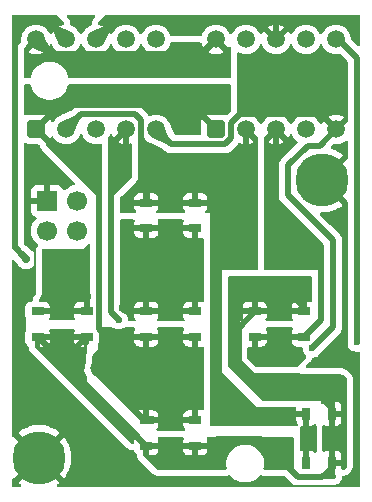
<source format=gbr>
%TF.GenerationSoftware,KiCad,Pcbnew,9.0.1*%
%TF.CreationDate,2025-09-02T02:57:31-07:00*%
%TF.ProjectId,pcb,7063622e-6b69-4636-9164-5f7063625858,B0*%
%TF.SameCoordinates,PX7bfa480PY4c4b400*%
%TF.FileFunction,Copper,L1,Top*%
%TF.FilePolarity,Positive*%
%FSLAX46Y46*%
G04 Gerber Fmt 4.6, Leading zero omitted, Abs format (unit mm)*
G04 Created by KiCad (PCBNEW 9.0.1) date 2025-09-02 02:57:31*
%MOMM*%
%LPD*%
G01*
G04 APERTURE LIST*
G04 Aperture macros list*
%AMRoundRect*
0 Rectangle with rounded corners*
0 $1 Rounding radius*
0 $2 $3 $4 $5 $6 $7 $8 $9 X,Y pos of 4 corners*
0 Add a 4 corners polygon primitive as box body*
4,1,4,$2,$3,$4,$5,$6,$7,$8,$9,$2,$3,0*
0 Add four circle primitives for the rounded corners*
1,1,$1+$1,$2,$3*
1,1,$1+$1,$4,$5*
1,1,$1+$1,$6,$7*
1,1,$1+$1,$8,$9*
0 Add four rect primitives between the rounded corners*
20,1,$1+$1,$2,$3,$4,$5,0*
20,1,$1+$1,$4,$5,$6,$7,0*
20,1,$1+$1,$6,$7,$8,$9,0*
20,1,$1+$1,$8,$9,$2,$3,0*%
G04 Aperture macros list end*
%TA.AperFunction,ComponentPad*%
%ADD10RoundRect,0.225000X0.525000X-0.525000X0.525000X0.525000X-0.525000X0.525000X-0.525000X-0.525000X0*%
%TD*%
%TA.AperFunction,ComponentPad*%
%ADD11C,1.500000*%
%TD*%
%TA.AperFunction,SMDPad,CuDef*%
%ADD12R,1.050000X0.650000*%
%TD*%
%TA.AperFunction,ComponentPad*%
%ADD13C,3.100000*%
%TD*%
%TA.AperFunction,ConnectorPad*%
%ADD14C,4.500000*%
%TD*%
%TA.AperFunction,SMDPad,CuDef*%
%ADD15R,0.650000X1.050000*%
%TD*%
%TA.AperFunction,ComponentPad*%
%ADD16R,1.700000X1.700000*%
%TD*%
%TA.AperFunction,ComponentPad*%
%ADD17C,1.700000*%
%TD*%
%TA.AperFunction,ViaPad*%
%ADD18C,0.600000*%
%TD*%
%TA.AperFunction,ViaPad*%
%ADD19C,0.700000*%
%TD*%
%TA.AperFunction,Conductor*%
%ADD20C,0.200000*%
%TD*%
%TA.AperFunction,Conductor*%
%ADD21C,0.500000*%
%TD*%
%TA.AperFunction,Conductor*%
%ADD22C,1.000000*%
%TD*%
G04 APERTURE END LIST*
D10*
%TO.P,U3,1,e*%
%TO.N,/SEG4*%
X17790000Y-10210000D03*
D11*
%TO.P,U3,2,d*%
%TO.N,/SEG3*%
X20330000Y-10210000D03*
%TO.P,U3,3,c*%
%TO.N,/SEG2*%
X22870000Y-10210000D03*
%TO.P,U3,4,g*%
%TO.N,/SEG6*%
X25410000Y-10210000D03*
%TO.P,U3,5,DP*%
%TO.N,/SEG7*%
X27950000Y-10210000D03*
%TO.P,U3,6,CA_D2*%
%TO.N,Net-(D3-A)*%
X27950000Y-2590000D03*
%TO.P,U3,7,a*%
%TO.N,/SEG0*%
X25410000Y-2590000D03*
%TO.P,U3,8,b*%
%TO.N,/SEG1*%
X22870000Y-2590000D03*
%TO.P,U3,9,CA_D1*%
%TO.N,Net-(D4-A)*%
X20330000Y-2590000D03*
%TO.P,U3,10,f*%
%TO.N,/SEG5*%
X17790000Y-2590000D03*
%TD*%
D12*
%TO.P,SW1,1,1*%
%TO.N,/SEG3*%
X11875000Y-16425000D03*
X16025000Y-16425000D03*
%TO.P,SW1,2,2*%
%TO.N,Net-(R10-Pad1)*%
X11875000Y-18575000D03*
X16025000Y-18575000D03*
%TD*%
%TO.P,SW5,1,1*%
%TO.N,/SEG2*%
X25225000Y-27775000D03*
X21075000Y-27775000D03*
%TO.P,SW5,2,2*%
%TO.N,Net-(R9-Pad1)*%
X25225000Y-25625000D03*
X21075000Y-25625000D03*
%TD*%
%TO.P,SW4,1,1*%
%TO.N,/SEG6*%
X2675000Y-25625000D03*
X6825000Y-25625000D03*
%TO.P,SW4,2,2*%
%TO.N,Net-(R9-Pad1)*%
X2675000Y-27775000D03*
X6825000Y-27775000D03*
%TD*%
D13*
%TO.P,H3,1,1*%
%TO.N,GND*%
X26800000Y-14500000D03*
D14*
X26800000Y-14500000D03*
%TD*%
D15*
%TO.P,SW6,1,1*%
%TO.N,/SEG3*%
X25425000Y-38450000D03*
X25425000Y-34300000D03*
%TO.P,SW6,2,2*%
%TO.N,Net-(R9-Pad1)*%
X27575000Y-38450000D03*
X27575000Y-34300000D03*
%TD*%
D10*
%TO.P,U2,1,e*%
%TO.N,/SEG4*%
X2550000Y-10210000D03*
D11*
%TO.P,U2,2,d*%
%TO.N,/SEG3*%
X5090000Y-10210000D03*
%TO.P,U2,3,c*%
%TO.N,/SEG2*%
X7630000Y-10210000D03*
%TO.P,U2,4,g*%
%TO.N,/SEG6*%
X10170000Y-10210000D03*
%TO.P,U2,5,DP*%
%TO.N,/SEG7*%
X12710000Y-10210000D03*
%TO.P,U2,6,CA_D2*%
%TO.N,Net-(D2-A)*%
X12710000Y-2590000D03*
%TO.P,U2,7,a*%
%TO.N,/SEG0*%
X10170000Y-2590000D03*
%TO.P,U2,8,b*%
%TO.N,/SEG1*%
X7630000Y-2590000D03*
%TO.P,U2,9,CA_D1*%
%TO.N,Net-(D1-A)*%
X5090000Y-2590000D03*
%TO.P,U2,10,f*%
%TO.N,/SEG5*%
X2550000Y-2590000D03*
%TD*%
D12*
%TO.P,SW2,1,1*%
%TO.N,/SEG4*%
X16025000Y-27775000D03*
X11875000Y-27775000D03*
%TO.P,SW2,2,2*%
%TO.N,Net-(R10-Pad1)*%
X16025000Y-25625000D03*
X11875000Y-25625000D03*
%TD*%
%TO.P,SW3,1,1*%
%TO.N,/SEG4*%
X11875000Y-34835000D03*
X16025000Y-34835000D03*
%TO.P,SW3,2,2*%
%TO.N,Net-(R9-Pad1)*%
X11875000Y-36985000D03*
X16025000Y-36985000D03*
%TD*%
D13*
%TO.P,H4,1,1*%
%TO.N,GND*%
X2800000Y-38000000D03*
D14*
X2800000Y-38000000D03*
%TD*%
D16*
%TO.P,J1,1,Pin_1*%
%TO.N,GND*%
X3480000Y-16260000D03*
D17*
%TO.P,J1,2,Pin_2*%
%TO.N,/SDA*%
X6020000Y-16260000D03*
%TO.P,J1,3,Pin_3*%
%TO.N,/SCL*%
X3480000Y-18800000D03*
%TO.P,J1,4,Pin_4*%
%TO.N,+5V*%
X6020000Y-18800000D03*
%TD*%
D18*
%TO.N,GND*%
X2042000Y-14655000D03*
X29601000Y-40055000D03*
X29601000Y-30530000D03*
%TO.N,/SEG6*%
X9535000Y-26339000D03*
D19*
%TO.N,/SEG2*%
X22870000Y-30022000D03*
D18*
%TO.N,Net-(D3-A)*%
X29700000Y-28244000D03*
%TO.N,/SEG7*%
X25918000Y-28752000D03*
D19*
%TO.N,/SEG1*%
X29474000Y-1066000D03*
%TO.N,Net-(D1-A)*%
X1724500Y-21195500D03*
%TO.N,GND*%
X1250000Y-33020000D03*
X7620000Y-39624000D03*
X6096000Y-39624000D03*
X1250000Y-34544000D03*
X10668000Y-39624000D03*
X9144000Y-39624000D03*
%TO.N,/SEG3*%
X21092000Y-34086000D03*
%TO.N,/SEG4*%
X7503000Y-30612000D03*
%TO.N,/SEG6*%
X6868000Y-24307000D03*
D18*
%TO.N,Net-(R9-Pad1)*%
X24140000Y-22910000D03*
%TO.N,Net-(R10-Pad1)*%
X9789000Y-25323000D03*
%TD*%
D20*
%TO.N,GND*%
X2800000Y-38000000D02*
X5199000Y-40399000D01*
X5199000Y-40399000D02*
X28241000Y-40399000D01*
X28241000Y-40399000D02*
X29474000Y-39166000D01*
X29474000Y-39166000D02*
X29474000Y-31038000D01*
X29474000Y-31038000D02*
X28712000Y-30276000D01*
%TO.N,Net-(R9-Pad1)*%
X24140000Y-24540000D02*
X24140000Y-22910000D01*
X24288000Y-24688000D02*
X24140000Y-24540000D01*
D21*
%TO.N,/SEG3*%
X5090000Y-10210000D02*
X6360000Y-8940000D01*
X11948000Y-14782000D02*
X11948000Y-16352000D01*
X11948000Y-16352000D02*
X11875000Y-16425000D01*
X6360000Y-8940000D02*
X10932000Y-8940000D01*
X10932000Y-8940000D02*
X11440000Y-9448000D01*
X11440000Y-9448000D02*
X11440000Y-14274000D01*
X11440000Y-14274000D02*
X11948000Y-14782000D01*
%TO.N,/SEG6*%
X9535000Y-26339000D02*
X8900000Y-25704000D01*
X8900000Y-25704000D02*
X8900000Y-15544000D01*
X8900000Y-15544000D02*
X10170000Y-14274000D01*
X10170000Y-14274000D02*
X10170000Y-10209998D01*
%TO.N,/SEG7*%
X25918000Y-28752000D02*
X27696000Y-26974000D01*
X26553000Y-11607000D02*
X27950000Y-10210000D01*
X27696000Y-26974000D02*
X27696000Y-19608000D01*
X27696000Y-19608000D02*
X23886000Y-15798000D01*
X23886000Y-15798000D02*
X23886000Y-13258000D01*
X23886000Y-13258000D02*
X25537000Y-11607000D01*
X25537000Y-11607000D02*
X26553000Y-11607000D01*
%TO.N,/SEG2*%
X25225000Y-27775000D02*
X26680000Y-26320000D01*
X26680000Y-26320000D02*
X26680000Y-20116000D01*
X26680000Y-20116000D02*
X22870000Y-16306000D01*
X22870000Y-16306000D02*
X22870000Y-10210000D01*
%TO.N,GND*%
X28712000Y-30276000D02*
X28712000Y-16412000D01*
D20*
X28712000Y-16412000D02*
X26800000Y-14500000D01*
D21*
%TO.N,/SEG1*%
X23594339Y-812000D02*
X22870000Y-812000D01*
X22870000Y-812000D02*
X22870000Y-2590000D01*
%TO.N,Net-(D1-A)*%
X5090000Y-2590000D02*
X3251000Y-751000D01*
X3251000Y-751000D02*
X901000Y-751000D01*
X901000Y-751000D02*
X772000Y-880000D01*
X772000Y-880000D02*
X772000Y-20287500D01*
%TO.N,/SEG4*%
X2550000Y-10210000D02*
X4582000Y-8178000D01*
X4582000Y-8178000D02*
X15758000Y-8178000D01*
X15758000Y-8178000D02*
X17790000Y-10210000D01*
%TO.N,Net-(D1-A)*%
X816500Y-20287500D02*
X1724500Y-21195500D01*
%TO.N,/SEG1*%
X23594339Y-812000D02*
X29220000Y-812000D01*
X29220000Y-812000D02*
X29474000Y-1066000D01*
%TO.N,/SEG7*%
X27950000Y-10210000D02*
X26680000Y-8940000D01*
X26680000Y-8940000D02*
X19822000Y-8940000D01*
X19822000Y-8940000D02*
X19060000Y-9702000D01*
X19060000Y-10972000D02*
X18552000Y-11480000D01*
X19060000Y-9702000D02*
X19060000Y-10972000D01*
X18552000Y-11480000D02*
X13980000Y-11480000D01*
X13980000Y-11480000D02*
X12710000Y-10210000D01*
%TO.N,/SEG4*%
X8646000Y-27863000D02*
X7884000Y-27101000D01*
X7884000Y-27101000D02*
X7884000Y-15544000D01*
X7884000Y-15544000D02*
X2550000Y-10210000D01*
%TO.N,/SEG2*%
X21075000Y-27775000D02*
X22870000Y-27775000D01*
D20*
X22870000Y-30022000D02*
X22870000Y-27775000D01*
D21*
%TO.N,Net-(D3-A)*%
X29700000Y-28244000D02*
X29700000Y-4142000D01*
X29700000Y-4142000D02*
X28148000Y-2590000D01*
D20*
X28148000Y-2590000D02*
X27950000Y-2590000D01*
D21*
%TO.N,/SEG5*%
X2550000Y-2590000D02*
X3820000Y-3860000D01*
X3820000Y-3860000D02*
X16520000Y-3860000D01*
X16520000Y-3860000D02*
X17790000Y-2590000D01*
%TO.N,/SEG1*%
X22870000Y-812000D02*
X9408000Y-812000D01*
X9408000Y-812000D02*
X7630000Y-2590000D01*
%TO.N,/SEG3*%
X17655000Y-16425000D02*
X20330000Y-13750000D01*
X20330000Y-13750000D02*
X20330000Y-10210000D01*
D20*
%TO.N,GND*%
X889000Y-36089000D02*
X2800000Y-38000000D01*
X2423000Y-24112000D02*
X1250000Y-25285000D01*
X1250000Y-25285000D02*
X1250000Y-33020000D01*
X1915000Y-16260000D02*
X1915000Y-19735000D01*
X2423000Y-20243000D02*
X2423000Y-24112000D01*
X889000Y-34905000D02*
X889000Y-36089000D01*
X3480000Y-16260000D02*
X1915000Y-16260000D01*
X1915000Y-19735000D02*
X2423000Y-20243000D01*
X1250000Y-33020000D02*
X1250000Y-34544000D01*
X1250000Y-34544000D02*
X889000Y-34905000D01*
D21*
%TO.N,/SEG6*%
X10170000Y-10210000D02*
X10170000Y-9829000D01*
D20*
%TO.N,/SEG2*%
X25225000Y-27775000D02*
X25425000Y-27775000D01*
D21*
X22870000Y-27775000D02*
X25225000Y-27775000D01*
%TO.N,/SEG3*%
X21306000Y-34300000D02*
X21092000Y-34086000D01*
X25425000Y-38450000D02*
X25425000Y-34300000D01*
X11875000Y-16425000D02*
X16025000Y-16425000D01*
X16025000Y-16425000D02*
X17655000Y-16425000D01*
X25425000Y-34300000D02*
X21306000Y-34300000D01*
D22*
X17790000Y-16560000D02*
X17790000Y-30784000D01*
D21*
X17790000Y-30784000D02*
X21092000Y-34086000D01*
D20*
%TO.N,/SEG4*%
X3023343Y-10210000D02*
X2550000Y-10210000D01*
D21*
X2550000Y-10250000D02*
X2550000Y-10210000D01*
D20*
%TO.N,/SEG3*%
X17655000Y-16425000D02*
X17790000Y-16560000D01*
%TO.N,/SEG4*%
X11875000Y-34835000D02*
X11675000Y-34835000D01*
D21*
X8646000Y-27863000D02*
X8646000Y-28371000D01*
X7503000Y-29514000D02*
X7503000Y-30612000D01*
X11875000Y-27775000D02*
X8734000Y-27775000D01*
X16025000Y-27775000D02*
X11875000Y-27775000D01*
D20*
X8734000Y-27775000D02*
X8646000Y-27863000D01*
D21*
X8646000Y-28371000D02*
X7503000Y-29514000D01*
X11875000Y-34835000D02*
X16025000Y-34835000D01*
X11675000Y-34835000D02*
X7503000Y-30663000D01*
D20*
X7503000Y-30663000D02*
X7503000Y-30612000D01*
D21*
%TO.N,/SEG6*%
X6825000Y-25625000D02*
X6825000Y-24350000D01*
X2675000Y-25625000D02*
X6825000Y-25625000D01*
D20*
%TO.N,Net-(D1-A)*%
X5090000Y-2590000D02*
X4704000Y-2590000D01*
%TO.N,/SEG6*%
X6825000Y-24350000D02*
X6868000Y-24307000D01*
D21*
%TO.N,Net-(R9-Pad1)*%
X24725000Y-39624000D02*
X21561000Y-36460000D01*
X4781000Y-29819000D02*
X6825000Y-27775000D01*
X21075000Y-25625000D02*
X19695000Y-27005000D01*
D20*
X27575000Y-33838000D02*
X27575000Y-34300000D01*
D21*
X27575000Y-38450000D02*
X27575000Y-34300000D01*
D20*
X2675000Y-27775000D02*
X2675000Y-27785000D01*
D21*
X24688000Y-24688000D02*
X25225000Y-25225000D01*
X21561000Y-36460000D02*
X17896000Y-36460000D01*
X20884000Y-31084000D02*
X24821000Y-31084000D01*
X26797000Y-39624000D02*
X24725000Y-39624000D01*
X19695000Y-27005000D02*
X19695000Y-29895000D01*
X11875000Y-36985000D02*
X4709000Y-29819000D01*
X27575000Y-38450000D02*
X27575000Y-38846000D01*
X27575000Y-38846000D02*
X26797000Y-39624000D01*
X24821000Y-31084000D02*
X27575000Y-33838000D01*
X17896000Y-36460000D02*
X17272000Y-37084000D01*
D20*
X4709000Y-29819000D02*
X4781000Y-29819000D01*
D21*
X19695000Y-29895000D02*
X20884000Y-31084000D01*
D20*
X16025000Y-36985000D02*
X17173000Y-36985000D01*
D21*
X2675000Y-27785000D02*
X4709000Y-29819000D01*
X24288000Y-24688000D02*
X24688000Y-24688000D01*
X25225000Y-25625000D02*
X21075000Y-25625000D01*
D20*
X17173000Y-36985000D02*
X17272000Y-37084000D01*
D21*
X16025000Y-36985000D02*
X11875000Y-36985000D01*
X25225000Y-25225000D02*
X25225000Y-25625000D01*
%TO.N,Net-(R10-Pad1)*%
X11875000Y-25625000D02*
X16025000Y-25625000D01*
X11875000Y-25625000D02*
X10091000Y-25625000D01*
X11875000Y-25625000D02*
X11875000Y-18575000D01*
X11875000Y-18575000D02*
X16025000Y-18575000D01*
X10091000Y-25625000D02*
X9789000Y-25323000D01*
%TD*%
%TA.AperFunction,Conductor*%
%TO.N,/SEG6*%
G36*
X7052834Y-19906680D02*
G01*
X7108767Y-19948552D01*
X7133184Y-20014016D01*
X7133500Y-20022862D01*
X7133500Y-24690138D01*
X7113815Y-24757177D01*
X7097181Y-24777819D01*
X7075000Y-24800000D01*
X7075000Y-25501000D01*
X7055315Y-25568039D01*
X7002511Y-25613794D01*
X6951000Y-25625000D01*
X6825000Y-25625000D01*
X6825000Y-25751000D01*
X6805315Y-25818039D01*
X6752511Y-25863794D01*
X6701000Y-25875000D01*
X5800000Y-25875000D01*
X5800000Y-25997844D01*
X5806401Y-26057372D01*
X5806403Y-26057379D01*
X5849030Y-26171667D01*
X5854014Y-26241358D01*
X5820529Y-26302681D01*
X5759206Y-26336166D01*
X5732848Y-26339000D01*
X3767152Y-26339000D01*
X3700113Y-26319315D01*
X3654358Y-26266511D01*
X3644414Y-26197353D01*
X3650970Y-26171667D01*
X3693596Y-26057379D01*
X3693598Y-26057372D01*
X3699999Y-25997844D01*
X3700000Y-25997827D01*
X3700000Y-25875000D01*
X2799000Y-25875000D01*
X2731961Y-25855315D01*
X2686206Y-25802511D01*
X2675000Y-25751000D01*
X2675000Y-25499000D01*
X2694685Y-25431961D01*
X2747489Y-25386206D01*
X2799000Y-25375000D01*
X3700000Y-25375000D01*
X3700000Y-25252172D01*
X3699999Y-25252155D01*
X5800000Y-25252155D01*
X5800000Y-25375000D01*
X6575000Y-25375000D01*
X6575000Y-24800000D01*
X6252155Y-24800000D01*
X6192627Y-24806401D01*
X6192620Y-24806403D01*
X6057913Y-24856645D01*
X6057906Y-24856649D01*
X5942812Y-24942809D01*
X5942809Y-24942812D01*
X5856649Y-25057906D01*
X5856645Y-25057913D01*
X5806403Y-25192620D01*
X5806401Y-25192627D01*
X5800000Y-25252155D01*
X3699999Y-25252155D01*
X3693598Y-25192627D01*
X3693596Y-25192620D01*
X3643354Y-25057913D01*
X3643350Y-25057906D01*
X3557190Y-24942812D01*
X3557187Y-24942809D01*
X3442093Y-24856649D01*
X3442086Y-24856645D01*
X3307379Y-24806403D01*
X3307372Y-24806401D01*
X3247844Y-24800000D01*
X2883598Y-24800000D01*
X2816559Y-24780315D01*
X2770804Y-24727511D01*
X2760860Y-24658353D01*
X2789885Y-24594797D01*
X2795917Y-24588319D01*
X2804232Y-24580003D01*
X2903520Y-24480716D01*
X2982577Y-24343784D01*
X3023501Y-24191057D01*
X3023501Y-24032942D01*
X3023501Y-24025347D01*
X3023500Y-24025329D01*
X3023500Y-20494000D01*
X3043185Y-20426961D01*
X3095989Y-20381206D01*
X3147500Y-20370000D01*
X6487000Y-20370000D01*
X6921819Y-19935181D01*
X6983142Y-19901696D01*
X7052834Y-19906680D01*
G37*
%TD.AperFunction*%
%TD*%
%TA.AperFunction,Conductor*%
%TO.N,GND*%
G36*
X1770278Y-38879466D02*
G01*
X1920534Y-39029722D01*
X2038281Y-39115270D01*
X1039845Y-40113706D01*
X1206142Y-40246323D01*
X1206144Y-40246324D01*
X1244629Y-40270506D01*
X1290920Y-40322841D01*
X1301568Y-40391894D01*
X1273193Y-40455743D01*
X1214803Y-40494115D01*
X1178657Y-40499500D01*
X624500Y-40499500D01*
X557461Y-40479815D01*
X511706Y-40427011D01*
X500500Y-40375500D01*
X500500Y-39880878D01*
X520185Y-39813839D01*
X572989Y-39768084D01*
X631453Y-39757073D01*
X686293Y-39760152D01*
X1684728Y-38761716D01*
X1770278Y-38879466D01*
G37*
%TD.AperFunction*%
%TA.AperFunction,Conductor*%
G36*
X705703Y-21261428D02*
G01*
X724163Y-21281363D01*
X1020579Y-21681775D01*
X1050000Y-21718306D01*
X1049720Y-21718531D01*
X1057656Y-21728357D01*
X1063874Y-21737662D01*
X1182338Y-21856126D01*
X1321637Y-21949203D01*
X1476418Y-22013316D01*
X1640728Y-22045999D01*
X1640732Y-22046000D01*
X1640733Y-22046000D01*
X1808268Y-22046000D01*
X1808269Y-22045999D01*
X1972582Y-22013316D01*
X2127363Y-21949203D01*
X2266662Y-21856126D01*
X2266665Y-21856123D01*
X2306319Y-21816470D01*
X2367642Y-21782985D01*
X2437334Y-21787969D01*
X2493267Y-21829841D01*
X2517684Y-21895305D01*
X2518000Y-21904151D01*
X2518000Y-24027051D01*
X2518001Y-24027086D01*
X2518001Y-24099986D01*
X2498316Y-24167025D01*
X2481682Y-24187667D01*
X2438480Y-24230869D01*
X2425957Y-24243847D01*
X2419945Y-24250304D01*
X2407851Y-24263767D01*
X2330066Y-24384804D01*
X2330056Y-24384822D01*
X2301298Y-24447796D01*
X2301045Y-24448345D01*
X2260505Y-24586418D01*
X2260505Y-24675500D01*
X2240820Y-24742539D01*
X2188016Y-24788294D01*
X2136508Y-24799500D01*
X2102131Y-24799500D01*
X2102123Y-24799501D01*
X2042516Y-24805908D01*
X1907671Y-24856202D01*
X1907664Y-24856206D01*
X1792455Y-24942452D01*
X1792452Y-24942455D01*
X1706206Y-25057664D01*
X1706202Y-25057671D01*
X1655910Y-25192513D01*
X1655909Y-25192517D01*
X1649500Y-25252127D01*
X1649500Y-25252134D01*
X1649500Y-25252135D01*
X1649500Y-25997870D01*
X1649501Y-25997876D01*
X1655908Y-26057482D01*
X1657676Y-26064960D01*
X1661000Y-26093479D01*
X1661000Y-27252066D01*
X1665536Y-27260374D01*
X1660554Y-27330059D01*
X1655910Y-27342510D01*
X1655909Y-27342516D01*
X1655909Y-27342517D01*
X1649500Y-27402127D01*
X1649500Y-27402134D01*
X1649500Y-27402135D01*
X1649500Y-28147870D01*
X1649501Y-28147876D01*
X1655908Y-28207483D01*
X1706202Y-28342328D01*
X1706206Y-28342335D01*
X1775358Y-28434709D01*
X1792454Y-28457546D01*
X1870113Y-28515681D01*
X1888958Y-28540856D01*
X1909246Y-28564884D01*
X1910325Y-28569399D01*
X1911983Y-28571614D01*
X1918755Y-28598873D01*
X1919500Y-28604571D01*
X1919500Y-28606000D01*
X1931051Y-28713447D01*
X1936889Y-28740285D01*
X1936890Y-28740290D01*
X1987171Y-28875098D01*
X2073396Y-28990280D01*
X2073400Y-28990284D01*
X2073405Y-28990290D01*
X10280853Y-37197738D01*
X10280877Y-37197761D01*
X10293839Y-37210270D01*
X10300317Y-37216302D01*
X10313765Y-37228383D01*
X10434805Y-37306170D01*
X10434810Y-37306172D01*
X10434815Y-37306175D01*
X10463528Y-37319287D01*
X10497938Y-37335002D01*
X10498349Y-37335191D01*
X10498358Y-37335193D01*
X10498361Y-37335195D01*
X10498364Y-37335197D01*
X10636417Y-37375731D01*
X10754239Y-37375730D01*
X10821279Y-37395414D01*
X10867034Y-37448218D01*
X10870422Y-37456396D01*
X10906203Y-37552330D01*
X10906206Y-37552335D01*
X10975358Y-37644709D01*
X10992454Y-37667546D01*
X11070113Y-37725681D01*
X11089247Y-37751242D01*
X11109638Y-37775784D01*
X11110561Y-37779714D01*
X11111983Y-37781614D01*
X11118878Y-37809847D01*
X11119500Y-37814917D01*
X11119500Y-37816000D01*
X11131051Y-37923447D01*
X11134109Y-37937505D01*
X11134110Y-37937510D01*
X11134750Y-37939227D01*
X11134751Y-37939230D01*
X11168299Y-38029174D01*
X11183876Y-38070938D01*
X11184392Y-38072320D01*
X11192927Y-38083721D01*
X11270616Y-38187500D01*
X11270620Y-38187504D01*
X11270625Y-38187510D01*
X11884127Y-38801011D01*
X12443239Y-39360123D01*
X12443255Y-39360137D01*
X12443262Y-39360144D01*
X12483480Y-39396271D01*
X12483492Y-39396281D01*
X12483500Y-39396288D01*
X12498778Y-39408600D01*
X12504143Y-39412923D01*
X12526084Y-39428744D01*
X12548026Y-39444567D01*
X12678903Y-39504338D01*
X12745942Y-39524023D01*
X12745946Y-39524024D01*
X12888362Y-39544500D01*
X12888365Y-39544500D01*
X18571600Y-39544500D01*
X18583958Y-39543970D01*
X18614866Y-39542645D01*
X18636015Y-39540828D01*
X18678960Y-39535277D01*
X18815797Y-39490811D01*
X18851605Y-39473204D01*
X18920451Y-39461287D01*
X18984811Y-39488482D01*
X19006636Y-39511590D01*
X19029207Y-39542656D01*
X19029208Y-39542657D01*
X19029209Y-39542658D01*
X19207345Y-39720794D01*
X19207350Y-39720798D01*
X19335411Y-39813839D01*
X19411155Y-39868870D01*
X19554184Y-39941747D01*
X19635616Y-39983239D01*
X19635618Y-39983239D01*
X19635621Y-39983241D01*
X19875215Y-40061090D01*
X20124038Y-40100500D01*
X20124039Y-40100500D01*
X20375961Y-40100500D01*
X20375962Y-40100500D01*
X20624785Y-40061090D01*
X20864379Y-39983241D01*
X21088845Y-39868870D01*
X21292656Y-39720793D01*
X21470793Y-39542656D01*
X21493923Y-39510819D01*
X21549249Y-39468155D01*
X21618862Y-39462174D01*
X21645749Y-39470909D01*
X21718945Y-39504338D01*
X21785984Y-39524023D01*
X21785988Y-39524024D01*
X21928404Y-39544500D01*
X23532770Y-39544500D01*
X23599809Y-39564185D01*
X23620451Y-39580819D01*
X24246586Y-40206954D01*
X24276058Y-40226645D01*
X24320270Y-40256186D01*
X24341412Y-40270313D01*
X24344537Y-40272401D01*
X24362834Y-40294297D01*
X24389338Y-40326012D01*
X24389338Y-40326014D01*
X24389339Y-40326015D01*
X24391778Y-40345442D01*
X24398044Y-40395337D01*
X24398042Y-40395339D01*
X24398043Y-40395341D01*
X24382889Y-40427011D01*
X24367888Y-40458364D01*
X24367887Y-40458364D01*
X24367886Y-40458367D01*
X24327813Y-40483117D01*
X24308444Y-40495082D01*
X24308442Y-40495082D01*
X24308441Y-40495083D01*
X24308437Y-40495082D01*
X24275641Y-40499500D01*
X4421343Y-40499500D01*
X4354304Y-40479815D01*
X4308549Y-40427011D01*
X4298605Y-40357853D01*
X4327630Y-40294297D01*
X4355371Y-40270506D01*
X4393851Y-40246326D01*
X4560153Y-40113706D01*
X3561717Y-39115270D01*
X3679466Y-39029722D01*
X3829722Y-38879466D01*
X3915270Y-38761717D01*
X4913706Y-39760153D01*
X5046326Y-39593851D01*
X5210658Y-39332320D01*
X5344671Y-39054039D01*
X5446685Y-38762499D01*
X5515416Y-38461367D01*
X5515418Y-38461355D01*
X5549999Y-38154441D01*
X5550000Y-38154439D01*
X5550000Y-37845560D01*
X5549999Y-37845558D01*
X5515418Y-37538644D01*
X5515416Y-37538632D01*
X5446685Y-37237500D01*
X5344671Y-36945960D01*
X5210658Y-36667679D01*
X5046324Y-36406144D01*
X5046323Y-36406142D01*
X4913706Y-36239845D01*
X3915270Y-37238281D01*
X3829722Y-37120534D01*
X3679466Y-36970278D01*
X3561716Y-36884728D01*
X4560152Y-35886293D01*
X4393845Y-35753669D01*
X4132320Y-35589341D01*
X3854039Y-35455328D01*
X3562498Y-35353314D01*
X3562500Y-35353314D01*
X3261367Y-35284583D01*
X3261355Y-35284581D01*
X2954441Y-35250000D01*
X2645558Y-35250000D01*
X2338644Y-35284581D01*
X2338632Y-35284583D01*
X2037500Y-35353314D01*
X1745960Y-35455328D01*
X1467679Y-35589341D01*
X1206144Y-35753675D01*
X1206140Y-35753678D01*
X1039845Y-35886292D01*
X2038282Y-36884729D01*
X1920534Y-36970278D01*
X1770278Y-37120534D01*
X1684729Y-37238282D01*
X686292Y-36239845D01*
X631452Y-36242925D01*
X619252Y-36240075D01*
X606853Y-36241858D01*
X585873Y-36232276D01*
X563414Y-36227030D01*
X554692Y-36218037D01*
X543297Y-36212833D01*
X530827Y-36193429D01*
X514771Y-36176874D01*
X511387Y-36163179D01*
X505523Y-36154055D01*
X500500Y-36119120D01*
X500500Y-21355141D01*
X520185Y-21288102D01*
X572989Y-21242347D01*
X642147Y-21232403D01*
X705703Y-21261428D01*
G37*
%TD.AperFunction*%
%TA.AperFunction,Conductor*%
G36*
X28913181Y-16259628D02*
G01*
X28946666Y-16320951D01*
X28949500Y-16347309D01*
X28949500Y-27939396D01*
X28940062Y-27986844D01*
X28930263Y-28010503D01*
X28930262Y-28010506D01*
X28930260Y-28010511D01*
X28899500Y-28165153D01*
X28899500Y-28322846D01*
X28930261Y-28477489D01*
X28930264Y-28477501D01*
X28990602Y-28623172D01*
X28990609Y-28623185D01*
X29078210Y-28754288D01*
X29078213Y-28754292D01*
X29189707Y-28865786D01*
X29189711Y-28865789D01*
X29320814Y-28953390D01*
X29320827Y-28953397D01*
X29466498Y-29013735D01*
X29466503Y-29013737D01*
X29621153Y-29044499D01*
X29621156Y-29044500D01*
X29621158Y-29044500D01*
X29778843Y-29044500D01*
X29794564Y-29041372D01*
X29851309Y-29030085D01*
X29920899Y-29036312D01*
X29976077Y-29079174D01*
X29999322Y-29145063D01*
X29999500Y-29151702D01*
X29999500Y-40375500D01*
X29979815Y-40442539D01*
X29927011Y-40488294D01*
X29875500Y-40499500D01*
X28032507Y-40499500D01*
X27965468Y-40479815D01*
X27919713Y-40427011D01*
X27909769Y-40357853D01*
X27938794Y-40294297D01*
X27989173Y-40259318D01*
X28042757Y-40239332D01*
X28104080Y-40205847D01*
X28219261Y-40119623D01*
X28294761Y-40044123D01*
X28307270Y-40031161D01*
X28313302Y-40024683D01*
X28325384Y-40011233D01*
X28347285Y-39977153D01*
X28349872Y-39979090D01*
X28363141Y-39961365D01*
X28402146Y-39900671D01*
X28421469Y-39848856D01*
X28422777Y-39846705D01*
X28422986Y-39846801D01*
X28431917Y-39827245D01*
X28432169Y-39826704D01*
X28432190Y-39826648D01*
X28432195Y-39826639D01*
X28439988Y-39800095D01*
X28442770Y-39791737D01*
X28452422Y-39765860D01*
X28457128Y-39744223D01*
X28457127Y-39744222D01*
X28458282Y-39738914D01*
X28460469Y-39730343D01*
X28472731Y-39688587D01*
X28472731Y-39668436D01*
X28492416Y-39601397D01*
X28545220Y-39555642D01*
X28587880Y-39544753D01*
X28657810Y-39539752D01*
X28792619Y-39489470D01*
X28853942Y-39455985D01*
X28969123Y-39369761D01*
X29194623Y-39144261D01*
X29230788Y-39104000D01*
X29247422Y-39083358D01*
X29279067Y-39039474D01*
X29338838Y-38908597D01*
X29358523Y-38841558D01*
X29358524Y-38841554D01*
X29379000Y-38699138D01*
X29379000Y-31338097D01*
X29376103Y-31284057D01*
X29373269Y-31257699D01*
X29364614Y-31204287D01*
X29314332Y-31069478D01*
X29280847Y-31008155D01*
X29194623Y-30892974D01*
X29194618Y-30892969D01*
X29194613Y-30892963D01*
X28991203Y-30689554D01*
X28991141Y-30689492D01*
X28987932Y-30686310D01*
X28986352Y-30684758D01*
X28983125Y-30681617D01*
X28866427Y-30597465D01*
X28866423Y-30597463D01*
X28866422Y-30597462D01*
X28804515Y-30565079D01*
X28804514Y-30565079D01*
X28803480Y-30564538D01*
X28801249Y-30563898D01*
X28800011Y-30563490D01*
X28668829Y-30517212D01*
X28645100Y-30512491D01*
X28637929Y-30510131D01*
X28636405Y-30509080D01*
X28629254Y-30506910D01*
X28549956Y-30474065D01*
X28504308Y-30455157D01*
X28500252Y-30453391D01*
X28483334Y-30445665D01*
X28483327Y-30445663D01*
X28483325Y-30445662D01*
X28416286Y-30425977D01*
X28416288Y-30425977D01*
X28416283Y-30425976D01*
X28368810Y-30419150D01*
X28273866Y-30405500D01*
X28273864Y-30405500D01*
X25532747Y-30405500D01*
X25465708Y-30385815D01*
X25419953Y-30333011D01*
X25410009Y-30263853D01*
X25439034Y-30200297D01*
X25445066Y-30193819D01*
X25533476Y-30105408D01*
X25748722Y-29890162D01*
X25816529Y-29806020D01*
X25845030Y-29761673D01*
X25893409Y-29665024D01*
X25897041Y-29648326D01*
X25930523Y-29587002D01*
X25991844Y-29553514D01*
X25994017Y-29553062D01*
X25996842Y-29552500D01*
X26151497Y-29521737D01*
X26297179Y-29461394D01*
X26428289Y-29373789D01*
X26539789Y-29262289D01*
X26627394Y-29131179D01*
X26637191Y-29107524D01*
X26664069Y-29067297D01*
X28278952Y-27452416D01*
X28334398Y-27369433D01*
X28361084Y-27329495D01*
X28403125Y-27228000D01*
X28417659Y-27192912D01*
X28443432Y-27063342D01*
X28446500Y-27047918D01*
X28446500Y-19534082D01*
X28446500Y-19534079D01*
X28431556Y-19458955D01*
X28429957Y-19450916D01*
X28417659Y-19389088D01*
X28361880Y-19254429D01*
X28361372Y-19252936D01*
X28278954Y-19129588D01*
X28278953Y-19129587D01*
X28278951Y-19129584D01*
X28174416Y-19025049D01*
X27430952Y-18281585D01*
X26611049Y-17461681D01*
X26577564Y-17400358D01*
X26582548Y-17330666D01*
X26624420Y-17274733D01*
X26689884Y-17250316D01*
X26698730Y-17250000D01*
X26954440Y-17250000D01*
X26954441Y-17249999D01*
X27261355Y-17215418D01*
X27261367Y-17215416D01*
X27562499Y-17146685D01*
X27854039Y-17044671D01*
X28132320Y-16910658D01*
X28393851Y-16746326D01*
X28560153Y-16613706D01*
X27561717Y-15615270D01*
X27679466Y-15529722D01*
X27829722Y-15379466D01*
X27915270Y-15261717D01*
X28913181Y-16259628D01*
G37*
%TD.AperFunction*%
%TA.AperFunction,Conductor*%
G36*
X1673109Y-11380149D02*
G01*
X1679233Y-11380036D01*
X1711597Y-11394100D01*
X1716303Y-11397003D01*
X1877292Y-11450349D01*
X1976655Y-11460500D01*
X2680702Y-11460499D01*
X2710148Y-11469145D01*
X2740129Y-11475667D01*
X2745142Y-11479419D01*
X2747741Y-11480183D01*
X2768383Y-11496818D01*
X2848145Y-11576580D01*
X2876645Y-11620925D01*
X2925310Y-11751399D01*
X2958795Y-11812722D01*
X3045019Y-11927903D01*
X3045023Y-11927907D01*
X3045028Y-11927913D01*
X5839095Y-14721979D01*
X5872580Y-14783302D01*
X5867596Y-14852994D01*
X5825724Y-14908927D01*
X5770813Y-14932133D01*
X5703759Y-14942753D01*
X5501585Y-15008444D01*
X5312179Y-15104951D01*
X5140215Y-15229889D01*
X5026285Y-15343819D01*
X4964962Y-15377303D01*
X4895270Y-15372319D01*
X4839337Y-15330447D01*
X4822422Y-15299470D01*
X4773354Y-15167913D01*
X4773350Y-15167906D01*
X4687190Y-15052812D01*
X4687187Y-15052809D01*
X4572093Y-14966649D01*
X4572086Y-14966645D01*
X4437379Y-14916403D01*
X4437372Y-14916401D01*
X4377844Y-14910000D01*
X3730000Y-14910000D01*
X3730000Y-15826988D01*
X3672993Y-15794075D01*
X3545826Y-15760000D01*
X3414174Y-15760000D01*
X3287007Y-15794075D01*
X3230000Y-15826988D01*
X3230000Y-14910000D01*
X2582155Y-14910000D01*
X2522627Y-14916401D01*
X2522620Y-14916403D01*
X2387913Y-14966645D01*
X2387906Y-14966649D01*
X2272812Y-15052809D01*
X2272809Y-15052812D01*
X2186649Y-15167906D01*
X2186645Y-15167913D01*
X2136403Y-15302620D01*
X2136401Y-15302627D01*
X2130000Y-15362155D01*
X2130000Y-16010000D01*
X3046988Y-16010000D01*
X3014075Y-16067007D01*
X2980000Y-16194174D01*
X2980000Y-16325826D01*
X3014075Y-16452993D01*
X3046988Y-16510000D01*
X2130000Y-16510000D01*
X2130000Y-17157844D01*
X2136401Y-17217372D01*
X2136403Y-17217379D01*
X2186645Y-17352086D01*
X2186649Y-17352093D01*
X2272809Y-17467187D01*
X2272812Y-17467190D01*
X2387906Y-17553350D01*
X2387913Y-17553354D01*
X2519470Y-17602422D01*
X2575404Y-17644293D01*
X2599821Y-17709758D01*
X2584969Y-17778031D01*
X2563819Y-17806285D01*
X2449889Y-17920215D01*
X2324951Y-18092179D01*
X2228444Y-18281585D01*
X2162753Y-18483760D01*
X2129500Y-18693713D01*
X2129500Y-18906287D01*
X2162754Y-19116243D01*
X2207168Y-19252936D01*
X2228444Y-19318414D01*
X2324951Y-19507820D01*
X2449890Y-19679786D01*
X2449896Y-19679792D01*
X2600208Y-19830104D01*
X2669944Y-19880770D01*
X2673833Y-19883595D01*
X2716499Y-19938925D01*
X2722478Y-20008538D01*
X2694660Y-20065117D01*
X2617935Y-20153660D01*
X2617930Y-20153668D01*
X2558164Y-20284534D01*
X2538476Y-20351582D01*
X2517999Y-20494008D01*
X2517864Y-20495894D01*
X2517642Y-20496486D01*
X2517370Y-20498384D01*
X2516957Y-20498324D01*
X2513299Y-20508125D01*
X2513386Y-20521179D01*
X2501321Y-20540227D01*
X2493438Y-20561355D01*
X2482985Y-20569177D01*
X2476001Y-20580205D01*
X2455553Y-20589707D01*
X2437499Y-20603219D01*
X2424477Y-20604148D01*
X2412639Y-20609650D01*
X2390299Y-20606588D01*
X2367807Y-20608194D01*
X2354764Y-20601718D01*
X2343416Y-20600163D01*
X2322269Y-20585584D01*
X2313599Y-20581279D01*
X2309930Y-20578142D01*
X2266662Y-20534874D01*
X2233075Y-20512431D01*
X2227496Y-20507661D01*
X2226537Y-20506190D01*
X2220871Y-20501566D01*
X2210780Y-20491583D01*
X2210769Y-20491574D01*
X1722147Y-20129858D01*
X1708244Y-20117876D01*
X1558819Y-19968451D01*
X1525334Y-19907128D01*
X1522500Y-19880770D01*
X1522500Y-11499638D01*
X1524725Y-11492058D01*
X1523457Y-11484260D01*
X1534430Y-11459008D01*
X1542185Y-11432599D01*
X1548154Y-11427426D01*
X1551304Y-11420179D01*
X1574187Y-11404868D01*
X1594989Y-11386844D01*
X1602807Y-11385719D01*
X1609375Y-11381326D01*
X1636900Y-11380817D01*
X1664147Y-11376900D01*
X1673109Y-11380149D01*
G37*
%TD.AperFunction*%
%TA.AperFunction,Conductor*%
G36*
X28886474Y-11164914D02*
G01*
X28935169Y-11215020D01*
X28949500Y-11272887D01*
X28949500Y-12652689D01*
X28929815Y-12719728D01*
X28913181Y-12740370D01*
X27915270Y-13738281D01*
X27829722Y-13620534D01*
X27679466Y-13470278D01*
X27561716Y-13384728D01*
X28560152Y-12386293D01*
X28393845Y-12253669D01*
X28132320Y-12089341D01*
X27854039Y-11955328D01*
X27604725Y-11868090D01*
X27603656Y-11867323D01*
X27602345Y-11867230D01*
X27575343Y-11847016D01*
X27547949Y-11827368D01*
X27547464Y-11826145D01*
X27546412Y-11825358D01*
X27534626Y-11793760D01*
X27522201Y-11762415D01*
X27522454Y-11761125D01*
X27521995Y-11759894D01*
X27529160Y-11726955D01*
X27535657Y-11693854D01*
X27536658Y-11692487D01*
X27536847Y-11691621D01*
X27557993Y-11663373D01*
X27728596Y-11492769D01*
X27789917Y-11459286D01*
X27835673Y-11457980D01*
X27851583Y-11460500D01*
X27851584Y-11460500D01*
X28048422Y-11460500D01*
X28242826Y-11429709D01*
X28272156Y-11420179D01*
X28430025Y-11368884D01*
X28605405Y-11279524D01*
X28752616Y-11172568D01*
X28818420Y-11149089D01*
X28886474Y-11164914D01*
G37*
%TD.AperFunction*%
%TA.AperFunction,Conductor*%
G36*
X7502290Y-520185D02*
G01*
X7548045Y-572989D01*
X7557989Y-642147D01*
X7528964Y-705703D01*
X7522932Y-712181D01*
X7440827Y-794285D01*
X7365379Y-890697D01*
X7365376Y-890702D01*
X7334605Y-941729D01*
X7334594Y-941750D01*
X7284545Y-1053446D01*
X7284543Y-1053454D01*
X7262036Y-1195556D01*
X7262035Y-1195564D01*
X7261037Y-1265418D01*
X7263926Y-1287779D01*
X7252993Y-1356788D01*
X7206486Y-1408931D01*
X7179272Y-1421595D01*
X7149979Y-1431114D01*
X7149972Y-1431117D01*
X6974593Y-1520477D01*
X6914605Y-1564058D01*
X6914606Y-1564059D01*
X6912574Y-1565535D01*
X6876015Y-1589895D01*
X6871295Y-1595526D01*
X6858947Y-1604498D01*
X6858945Y-1604498D01*
X6815356Y-1636169D01*
X6676171Y-1775355D01*
X6560476Y-1934594D01*
X6470485Y-2111213D01*
X6422511Y-2162009D01*
X6354690Y-2178804D01*
X6288555Y-2156267D01*
X6249515Y-2111213D01*
X6159523Y-1934594D01*
X6043828Y-1775354D01*
X5904646Y-1636172D01*
X5904642Y-1636168D01*
X5859093Y-1603076D01*
X5847113Y-1594372D01*
X5841197Y-1587416D01*
X5803697Y-1562828D01*
X5801295Y-1561083D01*
X5801294Y-1561081D01*
X5745409Y-1520478D01*
X5570026Y-1431116D01*
X5541503Y-1421848D01*
X5483828Y-1382409D01*
X5456632Y-1318050D01*
X5456140Y-1295072D01*
X5459427Y-1249112D01*
X5459427Y-1249110D01*
X5455597Y-1195560D01*
X5449163Y-1105601D01*
X5398881Y-970792D01*
X5365396Y-909469D01*
X5279172Y-794288D01*
X5279167Y-794283D01*
X5279162Y-794277D01*
X5197066Y-712181D01*
X5163581Y-650858D01*
X5168565Y-581166D01*
X5210437Y-525233D01*
X5275901Y-500816D01*
X5284747Y-500500D01*
X7435251Y-500500D01*
X7502290Y-520185D01*
G37*
%TD.AperFunction*%
%TD*%
%TA.AperFunction,Conductor*%
%TO.N,/SEG4*%
G36*
X9073907Y-26993685D02*
G01*
X9075694Y-26994855D01*
X9155821Y-27048394D01*
X9155823Y-27048395D01*
X9155827Y-27048397D01*
X9301498Y-27108735D01*
X9301503Y-27108737D01*
X9409691Y-27130257D01*
X9456153Y-27139499D01*
X9456156Y-27139500D01*
X9456158Y-27139500D01*
X9613844Y-27139500D01*
X9613845Y-27139499D01*
X9768497Y-27108737D01*
X9914179Y-27048394D01*
X9994242Y-26994897D01*
X10060918Y-26974020D01*
X10063132Y-26974000D01*
X10834030Y-26974000D01*
X10901069Y-26993685D01*
X10946824Y-27046489D01*
X10956768Y-27115647D01*
X10933297Y-27172311D01*
X10906647Y-27207910D01*
X10906645Y-27207913D01*
X10856403Y-27342620D01*
X10856401Y-27342627D01*
X10850000Y-27402155D01*
X10850000Y-27525000D01*
X12900000Y-27525000D01*
X12900000Y-27402172D01*
X12899999Y-27402155D01*
X12893598Y-27342627D01*
X12893596Y-27342620D01*
X12843354Y-27207913D01*
X12843352Y-27207910D01*
X12816703Y-27172311D01*
X12792286Y-27106846D01*
X12807138Y-27038573D01*
X12856543Y-26989168D01*
X12915970Y-26974000D01*
X14984030Y-26974000D01*
X15051069Y-26993685D01*
X15096824Y-27046489D01*
X15106768Y-27115647D01*
X15083297Y-27172311D01*
X15056647Y-27207910D01*
X15056645Y-27207913D01*
X15006403Y-27342620D01*
X15006401Y-27342627D01*
X15000000Y-27402155D01*
X15000000Y-27525000D01*
X15901000Y-27525000D01*
X15968039Y-27544685D01*
X16013794Y-27597489D01*
X16025000Y-27649000D01*
X16025000Y-27775000D01*
X16151000Y-27775000D01*
X16218039Y-27794685D01*
X16263794Y-27847489D01*
X16275000Y-27899000D01*
X16275000Y-28600000D01*
X16597828Y-28600000D01*
X16597839Y-28599999D01*
X16636742Y-28595816D01*
X16705502Y-28608220D01*
X16756640Y-28655829D01*
X16774000Y-28719105D01*
X16774000Y-33890894D01*
X16754315Y-33957933D01*
X16701511Y-34003688D01*
X16636745Y-34014184D01*
X16597828Y-34010000D01*
X16275000Y-34010000D01*
X16275000Y-34711000D01*
X16255315Y-34778039D01*
X16202511Y-34823794D01*
X16151000Y-34835000D01*
X16025000Y-34835000D01*
X16025000Y-34961000D01*
X16005315Y-35028039D01*
X15952511Y-35073794D01*
X15901000Y-35085000D01*
X15000000Y-35085000D01*
X15000000Y-35207844D01*
X15006401Y-35267372D01*
X15006403Y-35267379D01*
X15056645Y-35402086D01*
X15056649Y-35402093D01*
X15142809Y-35517187D01*
X15149082Y-35523460D01*
X15147020Y-35525521D01*
X15180069Y-35569674D01*
X15185049Y-35639366D01*
X15151560Y-35700687D01*
X15090234Y-35734168D01*
X15063884Y-35737000D01*
X12888362Y-35737000D01*
X12858921Y-35728355D01*
X12828935Y-35721832D01*
X12823919Y-35718077D01*
X12821323Y-35717315D01*
X12800681Y-35700681D01*
X12773229Y-35673229D01*
X12739744Y-35611906D01*
X12744728Y-35542214D01*
X12761644Y-35511236D01*
X12843352Y-35402089D01*
X12843354Y-35402086D01*
X12893596Y-35267379D01*
X12893598Y-35267372D01*
X12899999Y-35207844D01*
X12900000Y-35207827D01*
X12900000Y-35085000D01*
X12185000Y-35085000D01*
X11685000Y-34585000D01*
X12125000Y-34585000D01*
X12900000Y-34585000D01*
X12900000Y-34462172D01*
X12899999Y-34462155D01*
X15000000Y-34462155D01*
X15000000Y-34585000D01*
X15775000Y-34585000D01*
X15775000Y-34010000D01*
X15452155Y-34010000D01*
X15392627Y-34016401D01*
X15392620Y-34016403D01*
X15257913Y-34066645D01*
X15257906Y-34066649D01*
X15142812Y-34152809D01*
X15142809Y-34152812D01*
X15056649Y-34267906D01*
X15056645Y-34267913D01*
X15006403Y-34402620D01*
X15006401Y-34402627D01*
X15000000Y-34462155D01*
X12899999Y-34462155D01*
X12893598Y-34402627D01*
X12893596Y-34402620D01*
X12843354Y-34267913D01*
X12843350Y-34267906D01*
X12757190Y-34152812D01*
X12757187Y-34152809D01*
X12642093Y-34066649D01*
X12642086Y-34066645D01*
X12507379Y-34016403D01*
X12507372Y-34016401D01*
X12447844Y-34010000D01*
X12125000Y-34010000D01*
X12125000Y-34585000D01*
X11685000Y-34585000D01*
X11625000Y-34525000D01*
X11625000Y-34010000D01*
X11302155Y-34010000D01*
X11242625Y-34016401D01*
X11225351Y-34022844D01*
X11155659Y-34027825D01*
X11094341Y-33994341D01*
X7793319Y-30693319D01*
X7759834Y-30631996D01*
X7757000Y-30605638D01*
X7757000Y-28432755D01*
X7776685Y-28365716D01*
X7781735Y-28358442D01*
X7793795Y-28342332D01*
X7793796Y-28342331D01*
X7844091Y-28207483D01*
X7850500Y-28147873D01*
X7850500Y-28147844D01*
X10850000Y-28147844D01*
X10856401Y-28207372D01*
X10856403Y-28207379D01*
X10906645Y-28342086D01*
X10906649Y-28342093D01*
X10992809Y-28457187D01*
X10992812Y-28457190D01*
X11107906Y-28543350D01*
X11107913Y-28543354D01*
X11242620Y-28593596D01*
X11242627Y-28593598D01*
X11302155Y-28599999D01*
X11302172Y-28600000D01*
X11625000Y-28600000D01*
X12125000Y-28600000D01*
X12447828Y-28600000D01*
X12447844Y-28599999D01*
X12507372Y-28593598D01*
X12507379Y-28593596D01*
X12642086Y-28543354D01*
X12642093Y-28543350D01*
X12757187Y-28457190D01*
X12757190Y-28457187D01*
X12843350Y-28342093D01*
X12843354Y-28342086D01*
X12893596Y-28207379D01*
X12893598Y-28207372D01*
X12899999Y-28147844D01*
X15000000Y-28147844D01*
X15006401Y-28207372D01*
X15006403Y-28207379D01*
X15056645Y-28342086D01*
X15056649Y-28342093D01*
X15142809Y-28457187D01*
X15142812Y-28457190D01*
X15257906Y-28543350D01*
X15257913Y-28543354D01*
X15392620Y-28593596D01*
X15392627Y-28593598D01*
X15452155Y-28599999D01*
X15452172Y-28600000D01*
X15775000Y-28600000D01*
X15775000Y-28025000D01*
X15000000Y-28025000D01*
X15000000Y-28147844D01*
X12899999Y-28147844D01*
X12900000Y-28147827D01*
X12900000Y-28025000D01*
X12125000Y-28025000D01*
X12125000Y-28600000D01*
X11625000Y-28600000D01*
X11625000Y-28025000D01*
X10850000Y-28025000D01*
X10850000Y-28147844D01*
X7850500Y-28147844D01*
X7850499Y-27775000D01*
X7850499Y-27402129D01*
X7850498Y-27402123D01*
X7844091Y-27342516D01*
X7793797Y-27207671D01*
X7793796Y-27207669D01*
X7781732Y-27191553D01*
X7773994Y-27170807D01*
X7762023Y-27152179D01*
X7758871Y-27130257D01*
X7757316Y-27126088D01*
X7757000Y-27117244D01*
X7757000Y-27098000D01*
X7776685Y-27030961D01*
X7829489Y-26985206D01*
X7881000Y-26974000D01*
X9006868Y-26974000D01*
X9073907Y-26993685D01*
G37*
%TD.AperFunction*%
%TD*%
%TA.AperFunction,Conductor*%
%TO.N,/SEG3*%
G36*
X18313677Y-30803685D02*
G01*
X18334319Y-30820319D01*
X21219000Y-33705000D01*
X24476000Y-33705000D01*
X24543039Y-33724685D01*
X24588794Y-33777489D01*
X24600000Y-33829000D01*
X24600000Y-34050000D01*
X25301000Y-34050000D01*
X25368039Y-34069685D01*
X25413794Y-34122489D01*
X25425000Y-34174000D01*
X25425000Y-34300000D01*
X25551000Y-34300000D01*
X25618039Y-34319685D01*
X25663794Y-34372489D01*
X25675000Y-34424000D01*
X25675000Y-35325000D01*
X25797828Y-35325000D01*
X25797844Y-35324999D01*
X25857372Y-35318598D01*
X25857379Y-35318596D01*
X25992086Y-35268354D01*
X25992089Y-35268352D01*
X26100688Y-35187055D01*
X26166153Y-35162637D01*
X26234426Y-35177488D01*
X26283832Y-35226893D01*
X26299000Y-35286321D01*
X26299000Y-37463678D01*
X26279315Y-37530717D01*
X26226511Y-37576472D01*
X26157353Y-37586416D01*
X26100689Y-37562945D01*
X25992088Y-37481647D01*
X25992086Y-37481645D01*
X25857379Y-37431403D01*
X25857372Y-37431401D01*
X25797844Y-37425000D01*
X25675000Y-37425000D01*
X25675000Y-38326000D01*
X25655315Y-38393039D01*
X25602511Y-38438794D01*
X25551000Y-38450000D01*
X25299000Y-38450000D01*
X25231961Y-38430315D01*
X25186206Y-38377511D01*
X25175000Y-38326000D01*
X25175000Y-37425000D01*
X25052159Y-37425000D01*
X25039250Y-37426388D01*
X24970491Y-37413979D01*
X24919355Y-37366367D01*
X24902000Y-37303098D01*
X24902000Y-35446901D01*
X24921685Y-35379862D01*
X24974489Y-35334107D01*
X25039257Y-35323612D01*
X25052158Y-35324999D01*
X25052172Y-35325000D01*
X25175000Y-35325000D01*
X25175000Y-34550000D01*
X24600000Y-34550000D01*
X24600000Y-34872844D01*
X24606401Y-34932372D01*
X24606403Y-34932379D01*
X24656645Y-35067086D01*
X24656647Y-35067089D01*
X24724470Y-35157688D01*
X24748888Y-35223153D01*
X24734037Y-35291426D01*
X24684632Y-35340832D01*
X24625204Y-35356000D01*
X17406000Y-35356000D01*
X17338961Y-35336315D01*
X17293206Y-35283511D01*
X17282000Y-35232000D01*
X17282000Y-30908000D01*
X17301685Y-30840961D01*
X17354489Y-30795206D01*
X17406000Y-30784000D01*
X18246638Y-30784000D01*
X18313677Y-30803685D01*
G37*
%TD.AperFunction*%
%TD*%
%TA.AperFunction,Conductor*%
%TO.N,Net-(R9-Pad1)*%
G36*
X15009584Y-36264685D02*
G01*
X15055339Y-36317489D01*
X15065283Y-36386647D01*
X15058727Y-36412333D01*
X15006403Y-36552620D01*
X15006401Y-36552627D01*
X15000000Y-36612155D01*
X15000000Y-36735000D01*
X17050000Y-36735000D01*
X17050000Y-36612172D01*
X17049999Y-36612155D01*
X17043598Y-36552627D01*
X17043596Y-36552620D01*
X16991273Y-36412333D01*
X16986289Y-36342641D01*
X17019774Y-36281318D01*
X17081097Y-36247834D01*
X17107455Y-36245000D01*
X24270000Y-36245000D01*
X24337039Y-36264685D01*
X24382794Y-36317489D01*
X24394000Y-36369000D01*
X24394000Y-38915000D01*
X24374315Y-38982039D01*
X24321511Y-39027794D01*
X24270000Y-39039000D01*
X21928404Y-39039000D01*
X21861365Y-39019315D01*
X21815610Y-38966511D01*
X21805666Y-38897353D01*
X21810470Y-38876690D01*
X21811090Y-38874785D01*
X21850500Y-38625962D01*
X21850500Y-38374038D01*
X21811090Y-38125215D01*
X21733241Y-37885621D01*
X21733239Y-37885618D01*
X21733239Y-37885616D01*
X21681433Y-37783942D01*
X21618870Y-37661155D01*
X21501849Y-37500089D01*
X21470798Y-37457350D01*
X21470794Y-37457345D01*
X21292654Y-37279205D01*
X21292649Y-37279201D01*
X21088848Y-37131132D01*
X21088847Y-37131131D01*
X21088845Y-37131130D01*
X21018747Y-37095413D01*
X20864383Y-37016760D01*
X20624785Y-36938910D01*
X20375962Y-36899500D01*
X20124038Y-36899500D01*
X19999626Y-36919205D01*
X19875214Y-36938910D01*
X19635616Y-37016760D01*
X19411151Y-37131132D01*
X19207350Y-37279201D01*
X19207345Y-37279205D01*
X19029205Y-37457345D01*
X19029201Y-37457350D01*
X18881132Y-37661151D01*
X18766760Y-37885616D01*
X18688910Y-38125214D01*
X18649500Y-38374038D01*
X18649500Y-38625961D01*
X18688908Y-38874777D01*
X18688909Y-38874781D01*
X18688910Y-38874785D01*
X18689526Y-38876681D01*
X18689547Y-38877441D01*
X18690047Y-38879520D01*
X18689610Y-38879624D01*
X18691523Y-38946519D01*
X18655445Y-39006353D01*
X18592745Y-39037183D01*
X18571596Y-39039000D01*
X12888362Y-39039000D01*
X12821323Y-39019315D01*
X12800681Y-39002681D01*
X11738000Y-37940000D01*
X11628058Y-37830058D01*
X11625000Y-37816000D01*
X11625000Y-37810000D01*
X12125000Y-37810000D01*
X12447828Y-37810000D01*
X12447844Y-37809999D01*
X12507372Y-37803598D01*
X12507379Y-37803596D01*
X12642086Y-37753354D01*
X12642093Y-37753350D01*
X12757187Y-37667190D01*
X12757190Y-37667187D01*
X12843350Y-37552093D01*
X12843354Y-37552086D01*
X12893596Y-37417379D01*
X12893598Y-37417372D01*
X12899999Y-37357844D01*
X15000000Y-37357844D01*
X15006401Y-37417372D01*
X15006403Y-37417379D01*
X15056645Y-37552086D01*
X15056649Y-37552093D01*
X15142809Y-37667187D01*
X15142812Y-37667190D01*
X15257906Y-37753350D01*
X15257913Y-37753354D01*
X15392620Y-37803596D01*
X15392627Y-37803598D01*
X15452155Y-37809999D01*
X15452172Y-37810000D01*
X15775000Y-37810000D01*
X16275000Y-37810000D01*
X16597828Y-37810000D01*
X16597844Y-37809999D01*
X16657372Y-37803598D01*
X16657379Y-37803596D01*
X16792086Y-37753354D01*
X16792093Y-37753350D01*
X16907187Y-37667190D01*
X16907190Y-37667187D01*
X16993350Y-37552093D01*
X16993354Y-37552086D01*
X17043596Y-37417379D01*
X17043598Y-37417372D01*
X17049999Y-37357844D01*
X17050000Y-37357827D01*
X17050000Y-37235000D01*
X16275000Y-37235000D01*
X16275000Y-37810000D01*
X15775000Y-37810000D01*
X15775000Y-37235000D01*
X15000000Y-37235000D01*
X15000000Y-37357844D01*
X12899999Y-37357844D01*
X12900000Y-37357827D01*
X12900000Y-37235000D01*
X12125000Y-37235000D01*
X12125000Y-37810000D01*
X11625000Y-37810000D01*
X11625000Y-37109000D01*
X11644685Y-37041961D01*
X11697489Y-36996206D01*
X11749000Y-36985000D01*
X11875000Y-36985000D01*
X11875000Y-36859000D01*
X11894685Y-36791961D01*
X11947489Y-36746206D01*
X11999000Y-36735000D01*
X12900000Y-36735000D01*
X12900000Y-36612172D01*
X12899999Y-36612155D01*
X12893598Y-36552627D01*
X12893596Y-36552620D01*
X12841273Y-36412333D01*
X12836289Y-36342641D01*
X12869774Y-36281318D01*
X12931097Y-36247834D01*
X12957455Y-36245000D01*
X14942545Y-36245000D01*
X15009584Y-36264685D01*
G37*
%TD.AperFunction*%
%TA.AperFunction,Conductor*%
G36*
X5784968Y-27120685D02*
G01*
X5830723Y-27173489D01*
X5840667Y-27242647D01*
X5834111Y-27268334D01*
X5806402Y-27342623D01*
X5806401Y-27342627D01*
X5800000Y-27402155D01*
X5800000Y-27525000D01*
X6701000Y-27525000D01*
X6768039Y-27544685D01*
X6813794Y-27597489D01*
X6825000Y-27649000D01*
X6825000Y-27775000D01*
X6951000Y-27775000D01*
X7018039Y-27794685D01*
X7063794Y-27847489D01*
X7075000Y-27899000D01*
X7075000Y-28291000D01*
X6868000Y-28498000D01*
X6868000Y-28730000D01*
X6868000Y-29075865D01*
X6848315Y-29142904D01*
X6847104Y-29144753D01*
X6837920Y-29158498D01*
X6837914Y-29158508D01*
X6781342Y-29295086D01*
X6781340Y-29295092D01*
X6752500Y-29440079D01*
X6752500Y-29838508D01*
X6751142Y-29856807D01*
X6666365Y-30424863D01*
X6661401Y-30458121D01*
X6656372Y-30504798D01*
X6656011Y-30504759D01*
X6654680Y-30517268D01*
X6652500Y-30528229D01*
X6652500Y-30695771D01*
X6685182Y-30860074D01*
X6685184Y-30860082D01*
X6749295Y-31014860D01*
X6845758Y-31159227D01*
X6843846Y-31160504D01*
X6867163Y-31215376D01*
X6868000Y-31229755D01*
X6868000Y-31546000D01*
X11285199Y-35963199D01*
X11318684Y-36024522D01*
X11313700Y-36094214D01*
X11271828Y-36150147D01*
X11240852Y-36167062D01*
X11107911Y-36216646D01*
X11107906Y-36216649D01*
X10992812Y-36302809D01*
X10992809Y-36302812D01*
X10906649Y-36417906D01*
X10906645Y-36417913D01*
X10856403Y-36552620D01*
X10856401Y-36552627D01*
X10850000Y-36612155D01*
X10850000Y-36752638D01*
X10830315Y-36819677D01*
X10777511Y-36865432D01*
X10708353Y-36875376D01*
X10644797Y-36846351D01*
X10638319Y-36840319D01*
X2528000Y-28730000D01*
X2430838Y-28632838D01*
X2425000Y-28606000D01*
X2425000Y-28600000D01*
X2925000Y-28600000D01*
X3247828Y-28600000D01*
X3247844Y-28599999D01*
X3307372Y-28593598D01*
X3307379Y-28593596D01*
X3442086Y-28543354D01*
X3442093Y-28543350D01*
X3557187Y-28457190D01*
X3557190Y-28457187D01*
X3643350Y-28342093D01*
X3643354Y-28342086D01*
X3693596Y-28207379D01*
X3693598Y-28207372D01*
X3699999Y-28147844D01*
X5800000Y-28147844D01*
X5806401Y-28207372D01*
X5806403Y-28207379D01*
X5856645Y-28342086D01*
X5856649Y-28342093D01*
X5942809Y-28457187D01*
X5942812Y-28457190D01*
X6057906Y-28543350D01*
X6057913Y-28543354D01*
X6192620Y-28593596D01*
X6192627Y-28593598D01*
X6252155Y-28599999D01*
X6252172Y-28600000D01*
X6575000Y-28600000D01*
X6575000Y-28025000D01*
X5800000Y-28025000D01*
X5800000Y-28147844D01*
X3699999Y-28147844D01*
X3700000Y-28147827D01*
X3700000Y-28025000D01*
X2925000Y-28025000D01*
X2925000Y-28600000D01*
X2425000Y-28600000D01*
X2425000Y-27899000D01*
X2444685Y-27831961D01*
X2497489Y-27786206D01*
X2549000Y-27775000D01*
X2675000Y-27775000D01*
X2675000Y-27649000D01*
X2694685Y-27581961D01*
X2747489Y-27536206D01*
X2799000Y-27525000D01*
X3700000Y-27525000D01*
X3700000Y-27402172D01*
X3699999Y-27402155D01*
X3693598Y-27342627D01*
X3693597Y-27342623D01*
X3665889Y-27268334D01*
X3660905Y-27198642D01*
X3694390Y-27137319D01*
X3755713Y-27103834D01*
X3782071Y-27101000D01*
X5717929Y-27101000D01*
X5784968Y-27120685D01*
G37*
%TD.AperFunction*%
%TD*%
%TA.AperFunction,Conductor*%
%TO.N,Net-(R10-Pad1)*%
G36*
X10863207Y-17847185D02*
G01*
X10908962Y-17899989D01*
X10918906Y-17969147D01*
X10908876Y-17999276D01*
X10909746Y-17999601D01*
X10856403Y-18142620D01*
X10856401Y-18142627D01*
X10850000Y-18202155D01*
X10850000Y-18325000D01*
X12900000Y-18325000D01*
X12900000Y-18202172D01*
X12899999Y-18202155D01*
X12893598Y-18142627D01*
X12893596Y-18142620D01*
X12840254Y-17999601D01*
X12842366Y-17998813D01*
X12830147Y-17942663D01*
X12854559Y-17877197D01*
X12910490Y-17835322D01*
X12953832Y-17827500D01*
X14946168Y-17827500D01*
X15013207Y-17847185D01*
X15058962Y-17899989D01*
X15068906Y-17969147D01*
X15058876Y-17999276D01*
X15059746Y-17999601D01*
X15006403Y-18142620D01*
X15006401Y-18142627D01*
X15000000Y-18202155D01*
X15000000Y-18325000D01*
X15901000Y-18325000D01*
X15968039Y-18344685D01*
X16013794Y-18397489D01*
X16025000Y-18449000D01*
X16025000Y-18575000D01*
X16151000Y-18575000D01*
X16218039Y-18594685D01*
X16263794Y-18647489D01*
X16275000Y-18699000D01*
X16275000Y-19400000D01*
X16597828Y-19400000D01*
X16597839Y-19399999D01*
X16636742Y-19395816D01*
X16705502Y-19408220D01*
X16756640Y-19455829D01*
X16774000Y-19519105D01*
X16774000Y-24680894D01*
X16754315Y-24747933D01*
X16701511Y-24793688D01*
X16636745Y-24804184D01*
X16597828Y-24800000D01*
X16275000Y-24800000D01*
X16275000Y-25501000D01*
X16255315Y-25568039D01*
X16202511Y-25613794D01*
X16151000Y-25625000D01*
X16025000Y-25625000D01*
X16025000Y-25751000D01*
X16005315Y-25818039D01*
X15952511Y-25863794D01*
X15901000Y-25875000D01*
X15000000Y-25875000D01*
X15000000Y-25997844D01*
X15006401Y-26057372D01*
X15006403Y-26057379D01*
X15056645Y-26192086D01*
X15056647Y-26192089D01*
X15113241Y-26267688D01*
X15137659Y-26333152D01*
X15122808Y-26401426D01*
X15073403Y-26450831D01*
X15013975Y-26466000D01*
X12886025Y-26466000D01*
X12818986Y-26446315D01*
X12773231Y-26393511D01*
X12763287Y-26324353D01*
X12786759Y-26267688D01*
X12843352Y-26192089D01*
X12843354Y-26192086D01*
X12893596Y-26057379D01*
X12893598Y-26057372D01*
X12899999Y-25997844D01*
X12900000Y-25997827D01*
X12900000Y-25875000D01*
X10850000Y-25875000D01*
X10850000Y-25997844D01*
X10856401Y-26057372D01*
X10856403Y-26057379D01*
X10906645Y-26192086D01*
X10906647Y-26192089D01*
X10963241Y-26267688D01*
X10987659Y-26333152D01*
X10972808Y-26401426D01*
X10923403Y-26450831D01*
X10863975Y-26466000D01*
X10459500Y-26466000D01*
X10392461Y-26446315D01*
X10346706Y-26393511D01*
X10335500Y-26342000D01*
X10335500Y-26260155D01*
X10335499Y-26260153D01*
X10321960Y-26192089D01*
X10304737Y-26105503D01*
X10260144Y-25997844D01*
X10244397Y-25959827D01*
X10244390Y-25959814D01*
X10156789Y-25828711D01*
X10156786Y-25828707D01*
X10045292Y-25717213D01*
X10045284Y-25717207D01*
X9914181Y-25629607D01*
X9914179Y-25629606D01*
X9890521Y-25619806D01*
X9883589Y-25615174D01*
X9878549Y-25614078D01*
X9850295Y-25592927D01*
X9686819Y-25429451D01*
X9653334Y-25368128D01*
X9650500Y-25341770D01*
X9650500Y-25252155D01*
X10850000Y-25252155D01*
X10850000Y-25375000D01*
X11625000Y-25375000D01*
X12125000Y-25375000D01*
X12900000Y-25375000D01*
X12900000Y-25252172D01*
X12899999Y-25252155D01*
X15000000Y-25252155D01*
X15000000Y-25375000D01*
X15775000Y-25375000D01*
X15775000Y-24800000D01*
X15452155Y-24800000D01*
X15392627Y-24806401D01*
X15392620Y-24806403D01*
X15257913Y-24856645D01*
X15257906Y-24856649D01*
X15142812Y-24942809D01*
X15142809Y-24942812D01*
X15056649Y-25057906D01*
X15056645Y-25057913D01*
X15006403Y-25192620D01*
X15006401Y-25192627D01*
X15000000Y-25252155D01*
X12899999Y-25252155D01*
X12893598Y-25192627D01*
X12893596Y-25192620D01*
X12843354Y-25057913D01*
X12843350Y-25057906D01*
X12757190Y-24942812D01*
X12757187Y-24942809D01*
X12642093Y-24856649D01*
X12642086Y-24856645D01*
X12507379Y-24806403D01*
X12507372Y-24806401D01*
X12447844Y-24800000D01*
X12125000Y-24800000D01*
X12125000Y-25375000D01*
X11625000Y-25375000D01*
X11625000Y-24800000D01*
X11302155Y-24800000D01*
X11242627Y-24806401D01*
X11242620Y-24806403D01*
X11107913Y-24856645D01*
X11107906Y-24856649D01*
X10992812Y-24942809D01*
X10992809Y-24942812D01*
X10906649Y-25057906D01*
X10906645Y-25057913D01*
X10856403Y-25192620D01*
X10856401Y-25192627D01*
X10850000Y-25252155D01*
X9650500Y-25252155D01*
X9650500Y-18947844D01*
X10850000Y-18947844D01*
X10856401Y-19007372D01*
X10856403Y-19007379D01*
X10906645Y-19142086D01*
X10906649Y-19142093D01*
X10992809Y-19257187D01*
X10992812Y-19257190D01*
X11107906Y-19343350D01*
X11107913Y-19343354D01*
X11242620Y-19393596D01*
X11242627Y-19393598D01*
X11302155Y-19399999D01*
X11302172Y-19400000D01*
X11625000Y-19400000D01*
X12125000Y-19400000D01*
X12447828Y-19400000D01*
X12447844Y-19399999D01*
X12507372Y-19393598D01*
X12507379Y-19393596D01*
X12642086Y-19343354D01*
X12642093Y-19343350D01*
X12757187Y-19257190D01*
X12757190Y-19257187D01*
X12843350Y-19142093D01*
X12843354Y-19142086D01*
X12893596Y-19007379D01*
X12893598Y-19007372D01*
X12899999Y-18947844D01*
X15000000Y-18947844D01*
X15006401Y-19007372D01*
X15006403Y-19007379D01*
X15056645Y-19142086D01*
X15056649Y-19142093D01*
X15142809Y-19257187D01*
X15142812Y-19257190D01*
X15257906Y-19343350D01*
X15257913Y-19343354D01*
X15392620Y-19393596D01*
X15392627Y-19393598D01*
X15452155Y-19399999D01*
X15452172Y-19400000D01*
X15775000Y-19400000D01*
X15775000Y-18825000D01*
X15000000Y-18825000D01*
X15000000Y-18947844D01*
X12899999Y-18947844D01*
X12900000Y-18947827D01*
X12900000Y-18825000D01*
X12125000Y-18825000D01*
X12125000Y-19400000D01*
X11625000Y-19400000D01*
X11625000Y-18825000D01*
X10850000Y-18825000D01*
X10850000Y-18947844D01*
X9650500Y-18947844D01*
X9650500Y-17951500D01*
X9670185Y-17884461D01*
X9722989Y-17838706D01*
X9774500Y-17827500D01*
X10796168Y-17827500D01*
X10863207Y-17847185D01*
G37*
%TD.AperFunction*%
%TD*%
%TA.AperFunction,Conductor*%
%TO.N,/SEG2*%
G36*
X24251069Y-26993685D02*
G01*
X24296824Y-27046489D01*
X24306768Y-27115647D01*
X24283297Y-27172311D01*
X24256647Y-27207910D01*
X24256645Y-27207913D01*
X24206403Y-27342620D01*
X24206401Y-27342627D01*
X24200000Y-27402155D01*
X24200000Y-27525000D01*
X25101000Y-27525000D01*
X25168039Y-27544685D01*
X25213794Y-27597489D01*
X25225000Y-27649000D01*
X25225000Y-27901000D01*
X25205315Y-27968039D01*
X25152511Y-28013794D01*
X25101000Y-28025000D01*
X24200000Y-28025000D01*
X24200000Y-28147844D01*
X24206401Y-28207372D01*
X24206403Y-28207379D01*
X24256645Y-28342086D01*
X24256649Y-28342093D01*
X24342809Y-28457187D01*
X24342812Y-28457190D01*
X24457906Y-28543350D01*
X24457913Y-28543354D01*
X24592620Y-28593596D01*
X24592627Y-28593598D01*
X24652155Y-28599999D01*
X24652172Y-28600000D01*
X24993500Y-28600000D01*
X25060539Y-28619685D01*
X25106294Y-28672489D01*
X25117500Y-28724000D01*
X25117500Y-28830846D01*
X25148261Y-28985489D01*
X25148264Y-28985501D01*
X25208602Y-29131172D01*
X25208609Y-29131185D01*
X25296210Y-29262288D01*
X25296213Y-29262292D01*
X25391279Y-29357358D01*
X25424764Y-29418681D01*
X25419780Y-29488373D01*
X25391279Y-29532720D01*
X24626819Y-30297181D01*
X24565496Y-30330666D01*
X24539138Y-30333500D01*
X21246230Y-30333500D01*
X21179191Y-30313815D01*
X21158549Y-30297181D01*
X20481819Y-29620451D01*
X20448334Y-29559128D01*
X20445500Y-29532770D01*
X20445500Y-28724000D01*
X20465185Y-28656961D01*
X20517989Y-28611206D01*
X20569500Y-28600000D01*
X20825000Y-28600000D01*
X21325000Y-28600000D01*
X21647828Y-28600000D01*
X21647844Y-28599999D01*
X21707372Y-28593598D01*
X21707379Y-28593596D01*
X21842086Y-28543354D01*
X21842093Y-28543350D01*
X21957187Y-28457190D01*
X21957190Y-28457187D01*
X22043350Y-28342093D01*
X22043354Y-28342086D01*
X22093596Y-28207379D01*
X22093598Y-28207372D01*
X22099999Y-28147844D01*
X22100000Y-28147827D01*
X22100000Y-28025000D01*
X21325000Y-28025000D01*
X21325000Y-28600000D01*
X20825000Y-28600000D01*
X20825000Y-27899000D01*
X20844685Y-27831961D01*
X20897489Y-27786206D01*
X20949000Y-27775000D01*
X21075000Y-27775000D01*
X21075000Y-27649000D01*
X21094685Y-27581961D01*
X21147489Y-27536206D01*
X21199000Y-27525000D01*
X22100000Y-27525000D01*
X22100000Y-27402172D01*
X22099999Y-27402155D01*
X22093598Y-27342627D01*
X22093596Y-27342620D01*
X22043354Y-27207913D01*
X22043352Y-27207910D01*
X22016703Y-27172311D01*
X21992286Y-27106846D01*
X22007138Y-27038573D01*
X22056543Y-26989168D01*
X22115970Y-26974000D01*
X24184030Y-26974000D01*
X24251069Y-26993685D01*
G37*
%TD.AperFunction*%
%TD*%
%TA.AperFunction,Conductor*%
%TO.N,/SEG3*%
G36*
X21346000Y-10872447D02*
G01*
X21346000Y-11145613D01*
X21346000Y-22024000D01*
X21326315Y-22091039D01*
X21273511Y-22136794D01*
X21222000Y-22148000D01*
X17406000Y-22148000D01*
X17338961Y-22128315D01*
X17293206Y-22075511D01*
X17282000Y-22024000D01*
X17282000Y-17322000D01*
X16991740Y-17322000D01*
X16924701Y-17302315D01*
X16878946Y-17249511D01*
X16869002Y-17180353D01*
X16898027Y-17116797D01*
X16904059Y-17110319D01*
X16907190Y-17107187D01*
X16993350Y-16992093D01*
X16993354Y-16992086D01*
X17043596Y-16857379D01*
X17043598Y-16857372D01*
X17049999Y-16797844D01*
X17050000Y-16797827D01*
X17050000Y-16675000D01*
X15000000Y-16675000D01*
X15000000Y-16797844D01*
X15006401Y-16857372D01*
X15006403Y-16857379D01*
X15056645Y-16992086D01*
X15056649Y-16992093D01*
X15142809Y-17107187D01*
X15145941Y-17110319D01*
X15148063Y-17114205D01*
X15148125Y-17114288D01*
X15148113Y-17114296D01*
X15179426Y-17171642D01*
X15174442Y-17241334D01*
X15132570Y-17297267D01*
X15067106Y-17321684D01*
X15058260Y-17322000D01*
X12841740Y-17322000D01*
X12774701Y-17302315D01*
X12728946Y-17249511D01*
X12719002Y-17180353D01*
X12748027Y-17116797D01*
X12754059Y-17110319D01*
X12757190Y-17107187D01*
X12843350Y-16992093D01*
X12843354Y-16992086D01*
X12893596Y-16857379D01*
X12893598Y-16857372D01*
X12899999Y-16797844D01*
X12900000Y-16797827D01*
X12900000Y-16675000D01*
X10850000Y-16675000D01*
X10850000Y-16797844D01*
X10856401Y-16857372D01*
X10856403Y-16857379D01*
X10906645Y-16992086D01*
X10906649Y-16992093D01*
X10992809Y-17107187D01*
X10995941Y-17110319D01*
X10998063Y-17114205D01*
X10998125Y-17114288D01*
X10998113Y-17114296D01*
X11029426Y-17171642D01*
X11024442Y-17241334D01*
X10982570Y-17297267D01*
X10917106Y-17321684D01*
X10908260Y-17322000D01*
X9774500Y-17322000D01*
X9707461Y-17302315D01*
X9661706Y-17249511D01*
X9650500Y-17198000D01*
X9650500Y-16059773D01*
X9652737Y-16052155D01*
X10850000Y-16052155D01*
X10850000Y-16175000D01*
X11625000Y-16175000D01*
X12125000Y-16175000D01*
X12900000Y-16175000D01*
X12900000Y-16052172D01*
X12899999Y-16052155D01*
X15000000Y-16052155D01*
X15000000Y-16175000D01*
X15775000Y-16175000D01*
X16275000Y-16175000D01*
X17050000Y-16175000D01*
X17050000Y-16052172D01*
X17049999Y-16052155D01*
X17043598Y-15992627D01*
X17043596Y-15992620D01*
X16993354Y-15857913D01*
X16993350Y-15857906D01*
X16907190Y-15742812D01*
X16907187Y-15742809D01*
X16792093Y-15656649D01*
X16792086Y-15656645D01*
X16657379Y-15606403D01*
X16657372Y-15606401D01*
X16597844Y-15600000D01*
X16275000Y-15600000D01*
X16275000Y-16175000D01*
X15775000Y-16175000D01*
X15775000Y-15600000D01*
X15452155Y-15600000D01*
X15392627Y-15606401D01*
X15392620Y-15606403D01*
X15257913Y-15656645D01*
X15257906Y-15656649D01*
X15142812Y-15742809D01*
X15142809Y-15742812D01*
X15056649Y-15857906D01*
X15056645Y-15857913D01*
X15006403Y-15992620D01*
X15006401Y-15992627D01*
X15000000Y-16052155D01*
X12899999Y-16052155D01*
X12893598Y-15992627D01*
X12893596Y-15992620D01*
X12843354Y-15857913D01*
X12843350Y-15857906D01*
X12757190Y-15742812D01*
X12757187Y-15742809D01*
X12642093Y-15656649D01*
X12642086Y-15656645D01*
X12507379Y-15606403D01*
X12507372Y-15606401D01*
X12447844Y-15600000D01*
X12125000Y-15600000D01*
X12125000Y-16175000D01*
X11625000Y-16175000D01*
X11625000Y-15600000D01*
X11302155Y-15600000D01*
X11242627Y-15606401D01*
X11242620Y-15606403D01*
X11107913Y-15656645D01*
X11107906Y-15656649D01*
X10992812Y-15742809D01*
X10992809Y-15742812D01*
X10906649Y-15857906D01*
X10906645Y-15857913D01*
X10856403Y-15992620D01*
X10856401Y-15992627D01*
X10850000Y-16052155D01*
X9652737Y-16052155D01*
X9659046Y-16030665D01*
X9665325Y-16000979D01*
X9669369Y-15995509D01*
X9670185Y-15992734D01*
X9686312Y-15972602D01*
X9697108Y-15961680D01*
X9799683Y-15857906D01*
X11013202Y-14630203D01*
X11048215Y-14590880D01*
X11064341Y-14570749D01*
X11095067Y-14528009D01*
X11154838Y-14397132D01*
X11174523Y-14330093D01*
X11174524Y-14330089D01*
X11176141Y-14318838D01*
X11205161Y-14255284D01*
X11211157Y-14248842D01*
X11440000Y-14020000D01*
X11440000Y-10971106D01*
X11459685Y-10904067D01*
X11512489Y-10858312D01*
X11581647Y-10848368D01*
X11645203Y-10877393D01*
X11664316Y-10898218D01*
X11756172Y-11024646D01*
X11895354Y-11163828D01*
X12054595Y-11279524D01*
X12229975Y-11368884D01*
X12270550Y-11382067D01*
X12284767Y-11387677D01*
X13282604Y-11854471D01*
X13317741Y-11879108D01*
X13501580Y-12062948D01*
X13501584Y-12062951D01*
X13624498Y-12145080D01*
X13624511Y-12145087D01*
X13761082Y-12201656D01*
X13761087Y-12201658D01*
X13761091Y-12201658D01*
X13761092Y-12201659D01*
X13906079Y-12230500D01*
X13906082Y-12230500D01*
X18625920Y-12230500D01*
X18723462Y-12211096D01*
X18770913Y-12201658D01*
X18907495Y-12145084D01*
X18956729Y-12112186D01*
X19030416Y-12062952D01*
X19642951Y-11450416D01*
X19675235Y-11402098D01*
X19728845Y-11357294D01*
X19798170Y-11348585D01*
X19834635Y-11360506D01*
X19850162Y-11368418D01*
X20037294Y-11429221D01*
X20231618Y-11460000D01*
X20428382Y-11460000D01*
X20622705Y-11429221D01*
X20809835Y-11368418D01*
X20985143Y-11279095D01*
X21020125Y-11253678D01*
X21020126Y-11253678D01*
X20271302Y-10504854D01*
X20290504Y-10510000D01*
X20369496Y-10510000D01*
X20445796Y-10489556D01*
X20490060Y-10464000D01*
X20937553Y-10464000D01*
X21346000Y-10872447D01*
G37*
%TD.AperFunction*%
%TD*%
%TA.AperFunction,Conductor*%
%TO.N,/SEG2*%
G36*
X22754204Y-10489556D02*
G01*
X22830504Y-10510000D01*
X22909496Y-10510000D01*
X22985796Y-10489556D01*
X23030060Y-10464000D01*
X23477553Y-10464000D01*
X23913678Y-10900126D01*
X23913678Y-10900125D01*
X23939097Y-10865141D01*
X24029234Y-10688236D01*
X24077208Y-10637439D01*
X24145029Y-10620644D01*
X24211164Y-10643181D01*
X24250204Y-10688235D01*
X24251115Y-10690024D01*
X24251116Y-10690025D01*
X24340476Y-10865405D01*
X24456172Y-11024646D01*
X24595354Y-11163828D01*
X24665236Y-11214601D01*
X24707902Y-11269930D01*
X24713881Y-11339543D01*
X24681276Y-11401338D01*
X24680032Y-11402599D01*
X23303050Y-12779580D01*
X23303044Y-12779588D01*
X23253812Y-12853269D01*
X23253813Y-12853270D01*
X23218483Y-12906146D01*
X23203061Y-12924937D01*
X22870000Y-13257999D01*
X22870000Y-16306000D01*
X26643681Y-20079681D01*
X26677166Y-20141004D01*
X26680000Y-20167362D01*
X26680000Y-22024000D01*
X26660315Y-22091039D01*
X26607511Y-22136794D01*
X26556000Y-22148000D01*
X24416840Y-22148000D01*
X24379746Y-22140623D01*
X24379320Y-22142030D01*
X24373488Y-22140260D01*
X24218845Y-22109500D01*
X24218842Y-22109500D01*
X24061158Y-22109500D01*
X24061155Y-22109500D01*
X23906511Y-22140260D01*
X23900680Y-22142030D01*
X23900253Y-22140623D01*
X23863160Y-22148000D01*
X21978000Y-22148000D01*
X21910961Y-22128315D01*
X21865206Y-22075511D01*
X21854000Y-22024000D01*
X21854000Y-11253677D01*
X22179873Y-11253677D01*
X22179873Y-11253678D01*
X22214858Y-11279096D01*
X22390164Y-11368418D01*
X22577294Y-11429221D01*
X22771618Y-11460000D01*
X22968382Y-11460000D01*
X23162705Y-11429221D01*
X23349835Y-11368418D01*
X23525143Y-11279095D01*
X23560125Y-11253678D01*
X23560126Y-11253678D01*
X22870001Y-10563553D01*
X22870000Y-10563553D01*
X22179873Y-11253677D01*
X21854000Y-11253677D01*
X21854000Y-11145614D01*
X21854000Y-10872446D01*
X22262446Y-10464000D01*
X22709940Y-10464000D01*
X22754204Y-10489556D01*
G37*
%TD.AperFunction*%
%TD*%
%TA.AperFunction,Conductor*%
%TO.N,/SEG5*%
G36*
X17490000Y-2550504D02*
G01*
X17490000Y-2629496D01*
X17510444Y-2705796D01*
X17549940Y-2774205D01*
X17605795Y-2830060D01*
X17674204Y-2869556D01*
X17750504Y-2890000D01*
X17829496Y-2890000D01*
X17905796Y-2869556D01*
X17974205Y-2830060D01*
X18030060Y-2774205D01*
X18069556Y-2705796D01*
X18090000Y-2629496D01*
X18090000Y-2550504D01*
X18084854Y-2531302D01*
X18833678Y-3280126D01*
X18833678Y-3280125D01*
X18835682Y-3277369D01*
X18891013Y-3234704D01*
X18960626Y-3228725D01*
X19022421Y-3261331D01*
X19056778Y-3322170D01*
X19060000Y-3350255D01*
X19060000Y-5768000D01*
X19040315Y-5835039D01*
X18987511Y-5880794D01*
X18936000Y-5892000D01*
X5393412Y-5892000D01*
X5326373Y-5872315D01*
X5280618Y-5819511D01*
X5270939Y-5787398D01*
X5261090Y-5725214D01*
X5183239Y-5485616D01*
X5141747Y-5404184D01*
X5068870Y-5261155D01*
X5049952Y-5235117D01*
X4920798Y-5057350D01*
X4920794Y-5057345D01*
X4742654Y-4879205D01*
X4742649Y-4879201D01*
X4538848Y-4731132D01*
X4538847Y-4731131D01*
X4538845Y-4731130D01*
X4468747Y-4695413D01*
X4314383Y-4616760D01*
X4074785Y-4538910D01*
X3825962Y-4499500D01*
X3574038Y-4499500D01*
X3449626Y-4519205D01*
X3325214Y-4538910D01*
X3085616Y-4616760D01*
X2861151Y-4731132D01*
X2657350Y-4879201D01*
X2657345Y-4879205D01*
X2479205Y-5057345D01*
X2479201Y-5057350D01*
X2331132Y-5261151D01*
X2216760Y-5485616D01*
X2138909Y-5725214D01*
X2129061Y-5787398D01*
X2099132Y-5850533D01*
X2039820Y-5887464D01*
X2006588Y-5892000D01*
X1658000Y-5892000D01*
X1590961Y-5872315D01*
X1545206Y-5819511D01*
X1534000Y-5768000D01*
X1534000Y-3633677D01*
X1859873Y-3633677D01*
X1859873Y-3633678D01*
X1894858Y-3659096D01*
X2070164Y-3748418D01*
X2257294Y-3809221D01*
X2451618Y-3840000D01*
X2648382Y-3840000D01*
X2842705Y-3809221D01*
X3029835Y-3748418D01*
X3205143Y-3659095D01*
X3240125Y-3633678D01*
X3240126Y-3633678D01*
X2550001Y-2943553D01*
X2550000Y-2943553D01*
X1859873Y-3633677D01*
X1534000Y-3633677D01*
X1534000Y-3525613D01*
X1534000Y-3304883D01*
X1630873Y-3208010D01*
X1690703Y-3135899D01*
X1716541Y-3098113D01*
X1743334Y-3049865D01*
X1764057Y-3022388D01*
X2196446Y-2590000D01*
X2250000Y-2590000D01*
X2250000Y-2629496D01*
X2270444Y-2705796D01*
X2309940Y-2774205D01*
X2365795Y-2830060D01*
X2434204Y-2869556D01*
X2510504Y-2890000D01*
X2589496Y-2890000D01*
X2665796Y-2869556D01*
X2734205Y-2830060D01*
X2790060Y-2774205D01*
X2829556Y-2705796D01*
X2850000Y-2629496D01*
X2850000Y-2590000D01*
X2903553Y-2590000D01*
X3593678Y-3280126D01*
X3593678Y-3280125D01*
X3619097Y-3245141D01*
X3709234Y-3068236D01*
X3757208Y-3017439D01*
X3825029Y-3000644D01*
X3891164Y-3023181D01*
X3930204Y-3068235D01*
X3931115Y-3070024D01*
X3931116Y-3070025D01*
X3964680Y-3135899D01*
X4020477Y-3245407D01*
X4020478Y-3245409D01*
X4050780Y-3287115D01*
X4050781Y-3287116D01*
X4051687Y-3288363D01*
X4073181Y-3319526D01*
X4076500Y-3322515D01*
X4136172Y-3404646D01*
X4275354Y-3543828D01*
X4434595Y-3659524D01*
X4481231Y-3683286D01*
X4609970Y-3748882D01*
X4609972Y-3748882D01*
X4609975Y-3748884D01*
X4672686Y-3769260D01*
X4797173Y-3809709D01*
X4991578Y-3840500D01*
X4991583Y-3840500D01*
X5188422Y-3840500D01*
X5382826Y-3809709D01*
X5403092Y-3803124D01*
X5570025Y-3748884D01*
X5745405Y-3659524D01*
X5904646Y-3543828D01*
X6043828Y-3404646D01*
X6159524Y-3245405D01*
X6234573Y-3098113D01*
X6249515Y-3068787D01*
X6297489Y-3017990D01*
X6365310Y-3001195D01*
X6431445Y-3023732D01*
X6470485Y-3068787D01*
X6560474Y-3245403D01*
X6572047Y-3261331D01*
X6676172Y-3404646D01*
X6815354Y-3543828D01*
X6974595Y-3659524D01*
X7021231Y-3683286D01*
X7149970Y-3748882D01*
X7149972Y-3748882D01*
X7149975Y-3748884D01*
X7212686Y-3769260D01*
X7337173Y-3809709D01*
X7531578Y-3840500D01*
X7531583Y-3840500D01*
X7728422Y-3840500D01*
X7922826Y-3809709D01*
X7943092Y-3803124D01*
X8110025Y-3748884D01*
X8285405Y-3659524D01*
X8444646Y-3543828D01*
X8583828Y-3404646D01*
X8699524Y-3245405D01*
X8788884Y-3070025D01*
X8788885Y-3070020D01*
X8789514Y-3068787D01*
X8837488Y-3017991D01*
X8905309Y-3001195D01*
X8971444Y-3023732D01*
X9010484Y-3068786D01*
X9081419Y-3208004D01*
X9100476Y-3245405D01*
X9216172Y-3404646D01*
X9355354Y-3543828D01*
X9514595Y-3659524D01*
X9561231Y-3683286D01*
X9689970Y-3748882D01*
X9689972Y-3748882D01*
X9689975Y-3748884D01*
X9752686Y-3769260D01*
X9877173Y-3809709D01*
X10071578Y-3840500D01*
X10071583Y-3840500D01*
X10268422Y-3840500D01*
X10462826Y-3809709D01*
X10483092Y-3803124D01*
X10650025Y-3748884D01*
X10825405Y-3659524D01*
X10984646Y-3543828D01*
X11123828Y-3404646D01*
X11239524Y-3245405D01*
X11314573Y-3098113D01*
X11329515Y-3068787D01*
X11377489Y-3017990D01*
X11445310Y-3001195D01*
X11511445Y-3023732D01*
X11550485Y-3068787D01*
X11640474Y-3245403D01*
X11652047Y-3261331D01*
X11756172Y-3404646D01*
X11895354Y-3543828D01*
X12054595Y-3659524D01*
X12101231Y-3683286D01*
X12229970Y-3748882D01*
X12229972Y-3748882D01*
X12229975Y-3748884D01*
X12292686Y-3769260D01*
X12417173Y-3809709D01*
X12611578Y-3840500D01*
X12611583Y-3840500D01*
X12808422Y-3840500D01*
X13002826Y-3809709D01*
X13023092Y-3803124D01*
X13190025Y-3748884D01*
X13365405Y-3659524D01*
X13400980Y-3633677D01*
X17099873Y-3633677D01*
X17099873Y-3633678D01*
X17134858Y-3659096D01*
X17310164Y-3748418D01*
X17497294Y-3809221D01*
X17691618Y-3840000D01*
X17888382Y-3840000D01*
X18082705Y-3809221D01*
X18269835Y-3748418D01*
X18445143Y-3659095D01*
X18480125Y-3633678D01*
X18480126Y-3633678D01*
X17790001Y-2943553D01*
X17790000Y-2943553D01*
X17099873Y-3633677D01*
X13400980Y-3633677D01*
X13524646Y-3543828D01*
X13663828Y-3404646D01*
X13779524Y-3245405D01*
X13868884Y-3070025D01*
X13904279Y-2961090D01*
X13914485Y-2929681D01*
X13953923Y-2872006D01*
X14018282Y-2844808D01*
X14032416Y-2844000D01*
X16468111Y-2844000D01*
X16535150Y-2863685D01*
X16580905Y-2916489D01*
X16586042Y-2929682D01*
X16631581Y-3069835D01*
X16720905Y-3245145D01*
X16746319Y-3280125D01*
X16746320Y-3280125D01*
X17495145Y-2531300D01*
X17490000Y-2550504D01*
G37*
%TD.AperFunction*%
%TD*%
%TA.AperFunction,Conductor*%
%TO.N,/SEG1*%
G36*
X29942539Y-520185D02*
G01*
X29988294Y-572989D01*
X29999500Y-624500D01*
X29999500Y-3070138D01*
X29979815Y-3137177D01*
X29927011Y-3182932D01*
X29857853Y-3192876D01*
X29794297Y-3163851D01*
X29787819Y-3157819D01*
X29236819Y-2606819D01*
X29203334Y-2545496D01*
X29200500Y-2519138D01*
X29200500Y-2491577D01*
X29169709Y-2297173D01*
X29108882Y-2109970D01*
X29061743Y-2017455D01*
X29019524Y-1934595D01*
X28903828Y-1775354D01*
X28764646Y-1636172D01*
X28605405Y-1520476D01*
X28430029Y-1431117D01*
X28242826Y-1370290D01*
X28048422Y-1339500D01*
X28048417Y-1339500D01*
X27851583Y-1339500D01*
X27851578Y-1339500D01*
X27657173Y-1370290D01*
X27469970Y-1431117D01*
X27294594Y-1520476D01*
X27203741Y-1586485D01*
X27135354Y-1636172D01*
X27135352Y-1636174D01*
X27135351Y-1636174D01*
X26996174Y-1775351D01*
X26996174Y-1775352D01*
X26996172Y-1775354D01*
X26946485Y-1843741D01*
X26880476Y-1934594D01*
X26790485Y-2111213D01*
X26742511Y-2162009D01*
X26674690Y-2178804D01*
X26608555Y-2156267D01*
X26569515Y-2111213D01*
X26542397Y-2057992D01*
X26479524Y-1934595D01*
X26363828Y-1775354D01*
X26224646Y-1636172D01*
X26065405Y-1520476D01*
X25890029Y-1431117D01*
X25702826Y-1370290D01*
X25508422Y-1339500D01*
X25508417Y-1339500D01*
X25311583Y-1339500D01*
X25311578Y-1339500D01*
X25117173Y-1370290D01*
X24929970Y-1431117D01*
X24754594Y-1520476D01*
X24663741Y-1586485D01*
X24595354Y-1636172D01*
X24595352Y-1636174D01*
X24595351Y-1636174D01*
X24456174Y-1775351D01*
X24456174Y-1775352D01*
X24456172Y-1775354D01*
X24406485Y-1843741D01*
X24340476Y-1934594D01*
X24250204Y-2111764D01*
X24202229Y-2162560D01*
X24134408Y-2179355D01*
X24068274Y-2156818D01*
X24029234Y-2111764D01*
X23939096Y-1934858D01*
X23913678Y-1899873D01*
X23913677Y-1899873D01*
X23477551Y-2336000D01*
X23030060Y-2336000D01*
X22985796Y-2310444D01*
X22909496Y-2290000D01*
X22830504Y-2290000D01*
X22754204Y-2310444D01*
X22709940Y-2336000D01*
X22262447Y-2336000D01*
X21826320Y-1899872D01*
X21826320Y-1899873D01*
X21800902Y-1934859D01*
X21710765Y-2111764D01*
X21662790Y-2162560D01*
X21594969Y-2179355D01*
X21528835Y-2156818D01*
X21489795Y-2111763D01*
X21399525Y-1934596D01*
X21374296Y-1899872D01*
X21283828Y-1775354D01*
X21144646Y-1636172D01*
X21020976Y-1546320D01*
X22179872Y-1546320D01*
X22870000Y-2236446D01*
X22870001Y-2236446D01*
X23560125Y-1546320D01*
X23560125Y-1546319D01*
X23525145Y-1520905D01*
X23349835Y-1431581D01*
X23162705Y-1370778D01*
X22968382Y-1340000D01*
X22771618Y-1340000D01*
X22577294Y-1370778D01*
X22390161Y-1431582D01*
X22214863Y-1520899D01*
X22214859Y-1520902D01*
X22179873Y-1546320D01*
X22179872Y-1546320D01*
X21020976Y-1546320D01*
X20985405Y-1520476D01*
X20810029Y-1431117D01*
X20622826Y-1370290D01*
X20428422Y-1339500D01*
X20428417Y-1339500D01*
X20231583Y-1339500D01*
X20231578Y-1339500D01*
X20037173Y-1370290D01*
X19849970Y-1431117D01*
X19674594Y-1520476D01*
X19583741Y-1586485D01*
X19515354Y-1636172D01*
X19515352Y-1636174D01*
X19515351Y-1636174D01*
X19376174Y-1775351D01*
X19376174Y-1775352D01*
X19376172Y-1775354D01*
X19326485Y-1843741D01*
X19260476Y-1934594D01*
X19170485Y-2111213D01*
X19122511Y-2162009D01*
X19054690Y-2178804D01*
X18988555Y-2156267D01*
X18949515Y-2111213D01*
X18922397Y-2057992D01*
X18859524Y-1934595D01*
X18743828Y-1775354D01*
X18604646Y-1636172D01*
X18445405Y-1520476D01*
X18270029Y-1431117D01*
X18082826Y-1370290D01*
X17888422Y-1339500D01*
X17888417Y-1339500D01*
X17691583Y-1339500D01*
X17691578Y-1339500D01*
X17497173Y-1370290D01*
X17309970Y-1431117D01*
X17134594Y-1520476D01*
X17043741Y-1586485D01*
X16975354Y-1636172D01*
X16975352Y-1636174D01*
X16975351Y-1636174D01*
X16836174Y-1775351D01*
X16836174Y-1775352D01*
X16836172Y-1775354D01*
X16786485Y-1843741D01*
X16720476Y-1934594D01*
X16631117Y-2109970D01*
X16585515Y-2250319D01*
X16546077Y-2307994D01*
X16481718Y-2335192D01*
X16467584Y-2336000D01*
X14032416Y-2336000D01*
X13965377Y-2316315D01*
X13919622Y-2263511D01*
X13914485Y-2250319D01*
X13868882Y-2109970D01*
X13821743Y-2017455D01*
X13779524Y-1934595D01*
X13663828Y-1775354D01*
X13524646Y-1636172D01*
X13365405Y-1520476D01*
X13190029Y-1431117D01*
X13002826Y-1370290D01*
X12808422Y-1339500D01*
X12808417Y-1339500D01*
X12611583Y-1339500D01*
X12611578Y-1339500D01*
X12417173Y-1370290D01*
X12229970Y-1431117D01*
X12054594Y-1520476D01*
X11963741Y-1586485D01*
X11895354Y-1636172D01*
X11895352Y-1636174D01*
X11895351Y-1636174D01*
X11756174Y-1775351D01*
X11756174Y-1775352D01*
X11756172Y-1775354D01*
X11706485Y-1843741D01*
X11640476Y-1934594D01*
X11550485Y-2111213D01*
X11502511Y-2162009D01*
X11434690Y-2178804D01*
X11368555Y-2156267D01*
X11329515Y-2111213D01*
X11302397Y-2057992D01*
X11239524Y-1934595D01*
X11123828Y-1775354D01*
X10984646Y-1636172D01*
X10825405Y-1520476D01*
X10650029Y-1431117D01*
X10462826Y-1370290D01*
X10268422Y-1339500D01*
X10268417Y-1339500D01*
X10071583Y-1339500D01*
X10071578Y-1339500D01*
X9877173Y-1370290D01*
X9689970Y-1431117D01*
X9514594Y-1520476D01*
X9423741Y-1586485D01*
X9355354Y-1636172D01*
X9355352Y-1636174D01*
X9355351Y-1636174D01*
X9216174Y-1775351D01*
X9216174Y-1775352D01*
X9216172Y-1775354D01*
X9166485Y-1843741D01*
X9100476Y-1934594D01*
X9010204Y-2111764D01*
X8962229Y-2162560D01*
X8894408Y-2179355D01*
X8828274Y-2156818D01*
X8789234Y-2111764D01*
X8699096Y-1934858D01*
X8673678Y-1899873D01*
X8673677Y-1899873D01*
X8237551Y-2336000D01*
X7790060Y-2336000D01*
X7745796Y-2310444D01*
X7669496Y-2290000D01*
X7590504Y-2290000D01*
X7571300Y-2295145D01*
X8320125Y-1546320D01*
X8320125Y-1546319D01*
X8285145Y-1520905D01*
X8109835Y-1431581D01*
X7922705Y-1370778D01*
X7922707Y-1370778D01*
X7866551Y-1361884D01*
X7803417Y-1331954D01*
X7766486Y-1272642D01*
X7767484Y-1202780D01*
X7798267Y-1151732D01*
X8413181Y-536819D01*
X8474504Y-503334D01*
X8500862Y-500500D01*
X29875500Y-500500D01*
X29942539Y-520185D01*
G37*
%TD.AperFunction*%
%TD*%
%TA.AperFunction,Conductor*%
%TO.N,/SEG6*%
G36*
X9870000Y-10170504D02*
G01*
X9870000Y-10249496D01*
X9890444Y-10325796D01*
X9929940Y-10394205D01*
X9985795Y-10450060D01*
X10054204Y-10489556D01*
X10130504Y-10510000D01*
X10209496Y-10510000D01*
X10228696Y-10504855D01*
X9479873Y-11253677D01*
X9479873Y-11253678D01*
X9514858Y-11279096D01*
X9690164Y-11368418D01*
X9877294Y-11429221D01*
X10071618Y-11460000D01*
X10268382Y-11460000D01*
X10462705Y-11429221D01*
X10462709Y-11429220D01*
X10527180Y-11408272D01*
X10597021Y-11406275D01*
X10656855Y-11442355D01*
X10687684Y-11505055D01*
X10689500Y-11526202D01*
X10689500Y-14187673D01*
X10669815Y-14254712D01*
X10653689Y-14274843D01*
X8858189Y-16091330D01*
X8797062Y-16125171D01*
X8727342Y-16120592D01*
X8671166Y-16079046D01*
X8646369Y-16013725D01*
X8646000Y-16004160D01*
X8646000Y-10979364D01*
X8665685Y-10912325D01*
X8669683Y-10906478D01*
X8683097Y-10888014D01*
X8699524Y-10865405D01*
X8788884Y-10690025D01*
X8788884Y-10690022D01*
X8789795Y-10688236D01*
X8837769Y-10637440D01*
X8905590Y-10620644D01*
X8971725Y-10643181D01*
X9010765Y-10688235D01*
X9100905Y-10865145D01*
X9126319Y-10900125D01*
X9126320Y-10900125D01*
X9875145Y-10151300D01*
X9870000Y-10170504D01*
G37*
%TD.AperFunction*%
%TD*%
%TA.AperFunction,Conductor*%
%TO.N,/SEG4*%
G36*
X2091559Y-6419685D02*
G01*
X2137314Y-6472489D01*
X2142451Y-6485682D01*
X2216760Y-6714381D01*
X2331132Y-6938848D01*
X2479201Y-7142649D01*
X2479205Y-7142654D01*
X2657345Y-7320794D01*
X2657350Y-7320798D01*
X2835117Y-7449952D01*
X2861155Y-7468870D01*
X3004184Y-7541747D01*
X3085616Y-7583239D01*
X3085618Y-7583239D01*
X3085621Y-7583241D01*
X3325215Y-7661090D01*
X3574038Y-7700500D01*
X3574039Y-7700500D01*
X3825961Y-7700500D01*
X3825962Y-7700500D01*
X4074785Y-7661090D01*
X4314379Y-7583241D01*
X4538845Y-7468870D01*
X4742656Y-7320793D01*
X4920793Y-7142656D01*
X5068870Y-6938845D01*
X5183241Y-6714379D01*
X5257549Y-6485681D01*
X5296987Y-6428006D01*
X5361345Y-6400808D01*
X5375480Y-6400000D01*
X18936000Y-6400000D01*
X19003039Y-6419685D01*
X19048794Y-6472489D01*
X19060000Y-6524000D01*
X19060000Y-8589269D01*
X19040315Y-8656308D01*
X19023681Y-8676950D01*
X18717896Y-8982734D01*
X18656573Y-9016219D01*
X18591211Y-9012759D01*
X18462607Y-8970144D01*
X18363316Y-8960000D01*
X17216692Y-8960000D01*
X17216676Y-8960001D01*
X17117393Y-8970144D01*
X17117387Y-8970145D01*
X16956882Y-9023330D01*
X16956882Y-9023331D01*
X17848695Y-9915144D01*
X17829496Y-9910000D01*
X17750504Y-9910000D01*
X17674204Y-9930444D01*
X17605795Y-9969940D01*
X17549940Y-10025795D01*
X17510444Y-10094204D01*
X17490000Y-10170504D01*
X17490000Y-10249496D01*
X17495144Y-10268695D01*
X16603331Y-9376882D01*
X16603330Y-9376882D01*
X16550144Y-9537391D01*
X16540000Y-9636677D01*
X16540000Y-9636690D01*
X16540001Y-10605500D01*
X16520317Y-10672539D01*
X16467513Y-10718294D01*
X16416001Y-10729500D01*
X14408520Y-10729500D01*
X14341481Y-10709815D01*
X14296202Y-10658043D01*
X14141616Y-10327595D01*
X13887674Y-9784759D01*
X13882067Y-9770550D01*
X13875418Y-9750086D01*
X13868885Y-9729976D01*
X13815452Y-9625109D01*
X13779524Y-9554595D01*
X13748333Y-9511665D01*
X13726818Y-9480473D01*
X13723499Y-9477483D01*
X13663828Y-9395354D01*
X13524646Y-9256172D01*
X13365405Y-9140476D01*
X13190029Y-9051117D01*
X13002826Y-8990290D01*
X12808422Y-8959500D01*
X12808417Y-8959500D01*
X12611583Y-8959500D01*
X12611578Y-8959500D01*
X12417172Y-8990291D01*
X12417169Y-8990291D01*
X12229976Y-9051115D01*
X12229974Y-9051115D01*
X12214349Y-9059077D01*
X12186561Y-9064295D01*
X12159528Y-9072582D01*
X12152675Y-9070658D01*
X12145679Y-9071972D01*
X12119479Y-9061337D01*
X12092260Y-9053695D01*
X12086229Y-9047841D01*
X12080940Y-9045694D01*
X12065314Y-9030900D01*
X12059676Y-9024548D01*
X12022951Y-8969584D01*
X11918416Y-8865049D01*
X11913208Y-8859841D01*
X11410421Y-8357052D01*
X11410414Y-8357046D01*
X11336729Y-8307812D01*
X11336729Y-8307813D01*
X11287491Y-8274913D01*
X11150917Y-8218343D01*
X11150907Y-8218340D01*
X11005920Y-8189500D01*
X11005918Y-8189500D01*
X6433917Y-8189500D01*
X6286082Y-8189500D01*
X6286080Y-8189500D01*
X6141092Y-8218340D01*
X6141082Y-8218343D01*
X6004511Y-8274912D01*
X6004498Y-8274919D01*
X5881584Y-8357048D01*
X5881580Y-8357051D01*
X5697743Y-8540888D01*
X5662605Y-8565525D01*
X4664763Y-9032322D01*
X4650542Y-9037934D01*
X4609971Y-9051117D01*
X4434590Y-9140478D01*
X4393328Y-9170455D01*
X4393329Y-9170456D01*
X4392090Y-9171355D01*
X4360473Y-9193181D01*
X4357481Y-9196501D01*
X4348277Y-9203189D01*
X4348275Y-9203189D01*
X4275362Y-9256164D01*
X4275354Y-9256171D01*
X4136174Y-9395351D01*
X4136174Y-9395352D01*
X4136172Y-9395354D01*
X4074329Y-9480473D01*
X4020475Y-9554596D01*
X4018981Y-9557528D01*
X4018118Y-9558441D01*
X4017931Y-9558747D01*
X4017866Y-9558707D01*
X3971002Y-9608319D01*
X3903180Y-9625109D01*
X3837047Y-9602565D01*
X3793600Y-9547846D01*
X3790795Y-9540227D01*
X3736667Y-9376882D01*
X2903552Y-10209999D01*
X2903552Y-10210001D01*
X3736667Y-11043116D01*
X3790794Y-10879772D01*
X3830566Y-10822326D01*
X3895082Y-10795503D01*
X3963858Y-10807818D01*
X4015058Y-10855360D01*
X4018980Y-10862471D01*
X4020473Y-10865401D01*
X4020476Y-10865405D01*
X4136172Y-11024646D01*
X4275354Y-11163828D01*
X4434595Y-11279524D01*
X4517455Y-11321743D01*
X4609970Y-11368882D01*
X4609972Y-11368882D01*
X4609975Y-11368884D01*
X4657836Y-11384435D01*
X4797173Y-11429709D01*
X4991578Y-11460500D01*
X4991583Y-11460500D01*
X5188422Y-11460500D01*
X5382826Y-11429709D01*
X5570025Y-11368884D01*
X5745405Y-11279524D01*
X5904646Y-11163828D01*
X6043828Y-11024646D01*
X6159524Y-10865405D01*
X6248884Y-10690025D01*
X6248885Y-10690020D01*
X6249514Y-10688787D01*
X6297488Y-10637991D01*
X6365309Y-10621195D01*
X6431444Y-10643732D01*
X6470484Y-10688786D01*
X6491229Y-10729500D01*
X6560476Y-10865405D01*
X6676172Y-11024646D01*
X6815354Y-11163828D01*
X6974595Y-11279524D01*
X7057455Y-11321743D01*
X7149970Y-11368882D01*
X7149972Y-11368882D01*
X7149975Y-11368884D01*
X7197836Y-11384435D01*
X7337173Y-11429709D01*
X7531578Y-11460500D01*
X7531583Y-11460500D01*
X7728422Y-11460500D01*
X7922826Y-11429709D01*
X7975681Y-11412534D01*
X8045522Y-11410539D01*
X8105355Y-11446619D01*
X8136184Y-11509320D01*
X8138000Y-11530466D01*
X8138000Y-16006638D01*
X8118315Y-16073677D01*
X8065511Y-16119432D01*
X7996353Y-16129376D01*
X7932797Y-16100351D01*
X7926319Y-16094319D01*
X3402461Y-11570461D01*
X3368976Y-11509138D01*
X3369485Y-11454183D01*
X3383116Y-11396667D01*
X2491304Y-10504855D01*
X2510504Y-10510000D01*
X2589496Y-10510000D01*
X2665796Y-10489556D01*
X2734205Y-10450060D01*
X2790060Y-10394205D01*
X2829556Y-10325796D01*
X2850000Y-10249496D01*
X2850000Y-10170504D01*
X2829556Y-10094204D01*
X2790060Y-10025795D01*
X2734205Y-9969940D01*
X2665796Y-9930444D01*
X2589496Y-9910000D01*
X2510504Y-9910000D01*
X2491303Y-9915144D01*
X3383116Y-9023331D01*
X3383116Y-9023330D01*
X3222608Y-8970144D01*
X3123316Y-8960000D01*
X1976692Y-8960000D01*
X1976676Y-8960001D01*
X1877392Y-8970144D01*
X1716513Y-9023454D01*
X1710397Y-9026306D01*
X1641319Y-9036793D01*
X1577537Y-9008269D01*
X1539301Y-8949789D01*
X1534000Y-8913920D01*
X1534000Y-6524000D01*
X1553685Y-6456961D01*
X1606489Y-6411206D01*
X1658000Y-6400000D01*
X2024520Y-6400000D01*
X2091559Y-6419685D01*
G37*
%TD.AperFunction*%
%TD*%
%TA.AperFunction,Conductor*%
%TO.N,/SEG7*%
G36*
X26751445Y-3023732D02*
G01*
X26790485Y-3068787D01*
X26880474Y-3245403D01*
X26915234Y-3293246D01*
X26996172Y-3404646D01*
X27135354Y-3543828D01*
X27294595Y-3659524D01*
X27377455Y-3701743D01*
X27469970Y-3748882D01*
X27469972Y-3748882D01*
X27469975Y-3748884D01*
X27570317Y-3781487D01*
X27657173Y-3809709D01*
X27851578Y-3840500D01*
X27851583Y-3840500D01*
X28048422Y-3840500D01*
X28187366Y-3818492D01*
X28235254Y-3810908D01*
X28304547Y-3819862D01*
X28342333Y-3845700D01*
X28913181Y-4416548D01*
X28946666Y-4477871D01*
X28949500Y-4504229D01*
X28949500Y-9512691D01*
X28929815Y-9579730D01*
X28913181Y-9600372D01*
X28557552Y-9956000D01*
X28110060Y-9956000D01*
X28065796Y-9930444D01*
X27989496Y-9910000D01*
X27910504Y-9910000D01*
X27834204Y-9930444D01*
X27789940Y-9956000D01*
X27342447Y-9956000D01*
X26906320Y-9519872D01*
X26906320Y-9519873D01*
X26880902Y-9554859D01*
X26790765Y-9731764D01*
X26742790Y-9782560D01*
X26674969Y-9799355D01*
X26608835Y-9776818D01*
X26569795Y-9731763D01*
X26479525Y-9554596D01*
X26449079Y-9512691D01*
X26363828Y-9395354D01*
X26224646Y-9256172D01*
X26100976Y-9166320D01*
X27259872Y-9166320D01*
X27950000Y-9856446D01*
X27950001Y-9856446D01*
X28640125Y-9166320D01*
X28640125Y-9166319D01*
X28605145Y-9140905D01*
X28429835Y-9051581D01*
X28242705Y-8990778D01*
X28048382Y-8960000D01*
X27851618Y-8960000D01*
X27657294Y-8990778D01*
X27470161Y-9051582D01*
X27294863Y-9140899D01*
X27294859Y-9140902D01*
X27259873Y-9166320D01*
X27259872Y-9166320D01*
X26100976Y-9166320D01*
X26065405Y-9140476D01*
X25991705Y-9102924D01*
X25890029Y-9051117D01*
X25702826Y-8990290D01*
X25508422Y-8959500D01*
X25508417Y-8959500D01*
X25311583Y-8959500D01*
X25311578Y-8959500D01*
X25117173Y-8990290D01*
X24929970Y-9051117D01*
X24754594Y-9140476D01*
X24663741Y-9206485D01*
X24595354Y-9256172D01*
X24595352Y-9256174D01*
X24595351Y-9256174D01*
X24456174Y-9395351D01*
X24456174Y-9395352D01*
X24456172Y-9395354D01*
X24406485Y-9463741D01*
X24340476Y-9554594D01*
X24250485Y-9731213D01*
X24202511Y-9782009D01*
X24134690Y-9798804D01*
X24068555Y-9776267D01*
X24029515Y-9731213D01*
X23962848Y-9600372D01*
X23939524Y-9554595D01*
X23823828Y-9395354D01*
X23684646Y-9256172D01*
X23525405Y-9140476D01*
X23451705Y-9102924D01*
X23350029Y-9051117D01*
X23162826Y-8990290D01*
X22968422Y-8959500D01*
X22968417Y-8959500D01*
X22771583Y-8959500D01*
X22771578Y-8959500D01*
X22577173Y-8990290D01*
X22389970Y-9051117D01*
X22214594Y-9140476D01*
X22123741Y-9206485D01*
X22055354Y-9256172D01*
X22055352Y-9256174D01*
X22055351Y-9256174D01*
X21916174Y-9395351D01*
X21916174Y-9395352D01*
X21916172Y-9395354D01*
X21866485Y-9463741D01*
X21800476Y-9554594D01*
X21710485Y-9731213D01*
X21662511Y-9782009D01*
X21594690Y-9798804D01*
X21528555Y-9776267D01*
X21489515Y-9731213D01*
X21422848Y-9600372D01*
X21399524Y-9554595D01*
X21283828Y-9395354D01*
X21144646Y-9256172D01*
X20985405Y-9140476D01*
X20911705Y-9102924D01*
X20810029Y-9051117D01*
X20622826Y-8990290D01*
X20428422Y-8959500D01*
X20428417Y-8959500D01*
X20231583Y-8959500D01*
X20231578Y-8959500D01*
X20037173Y-8990290D01*
X19849968Y-9051118D01*
X19748294Y-9102924D01*
X19679625Y-9115820D01*
X19614885Y-9089543D01*
X19574628Y-9032437D01*
X19568000Y-8992439D01*
X19568000Y-3807560D01*
X19587685Y-3740521D01*
X19640489Y-3694766D01*
X19709647Y-3684822D01*
X19748290Y-3697073D01*
X19808179Y-3727588D01*
X19849970Y-3748882D01*
X19849972Y-3748882D01*
X19849975Y-3748884D01*
X19950317Y-3781487D01*
X20037173Y-3809709D01*
X20231578Y-3840500D01*
X20231583Y-3840500D01*
X20428422Y-3840500D01*
X20622826Y-3809709D01*
X20629440Y-3807560D01*
X20810025Y-3748884D01*
X20985405Y-3659524D01*
X21144646Y-3543828D01*
X21283828Y-3404646D01*
X21399524Y-3245405D01*
X21488884Y-3070025D01*
X21489515Y-3068787D01*
X21537489Y-3017990D01*
X21605310Y-3001195D01*
X21671445Y-3023732D01*
X21710485Y-3068787D01*
X21800474Y-3245403D01*
X21835234Y-3293246D01*
X21916172Y-3404646D01*
X22055354Y-3543828D01*
X22214595Y-3659524D01*
X22297455Y-3701743D01*
X22389970Y-3748882D01*
X22389972Y-3748882D01*
X22389975Y-3748884D01*
X22490317Y-3781487D01*
X22577173Y-3809709D01*
X22771578Y-3840500D01*
X22771583Y-3840500D01*
X22968422Y-3840500D01*
X23162826Y-3809709D01*
X23169440Y-3807560D01*
X23350025Y-3748884D01*
X23525405Y-3659524D01*
X23684646Y-3543828D01*
X23823828Y-3404646D01*
X23939524Y-3245405D01*
X24028884Y-3070025D01*
X24029515Y-3068787D01*
X24077489Y-3017990D01*
X24145310Y-3001195D01*
X24211445Y-3023732D01*
X24250485Y-3068787D01*
X24340474Y-3245403D01*
X24375234Y-3293246D01*
X24456172Y-3404646D01*
X24595354Y-3543828D01*
X24754595Y-3659524D01*
X24837455Y-3701743D01*
X24929970Y-3748882D01*
X24929972Y-3748882D01*
X24929975Y-3748884D01*
X25030317Y-3781487D01*
X25117173Y-3809709D01*
X25311578Y-3840500D01*
X25311583Y-3840500D01*
X25508422Y-3840500D01*
X25702826Y-3809709D01*
X25709440Y-3807560D01*
X25890025Y-3748884D01*
X26065405Y-3659524D01*
X26224646Y-3543828D01*
X26363828Y-3404646D01*
X26479524Y-3245405D01*
X26568884Y-3070025D01*
X26569515Y-3068787D01*
X26617489Y-3017990D01*
X26685310Y-3001195D01*
X26751445Y-3023732D01*
G37*
%TD.AperFunction*%
%TD*%
%TA.AperFunction,Conductor*%
%TO.N,Net-(D1-A)*%
G36*
X4286177Y-520185D02*
G01*
X4306819Y-536819D01*
X4921730Y-1151730D01*
X4955215Y-1213053D01*
X4950231Y-1282745D01*
X4908359Y-1338678D01*
X4853448Y-1361884D01*
X4797293Y-1370778D01*
X4610161Y-1431582D01*
X4434863Y-1520899D01*
X4434859Y-1520902D01*
X4399873Y-1546320D01*
X4399872Y-1546320D01*
X5148697Y-2295145D01*
X5129496Y-2290000D01*
X5050504Y-2290000D01*
X4974204Y-2310444D01*
X4929940Y-2336000D01*
X4482447Y-2336000D01*
X4046320Y-1899872D01*
X4046320Y-1899873D01*
X4020902Y-1934859D01*
X3930765Y-2111764D01*
X3882790Y-2162560D01*
X3814969Y-2179355D01*
X3748835Y-2156818D01*
X3709795Y-2111763D01*
X3619525Y-1934596D01*
X3589237Y-1892909D01*
X3588359Y-1891700D01*
X3566818Y-1860473D01*
X3563499Y-1857483D01*
X3503828Y-1775354D01*
X3364646Y-1636172D01*
X3205405Y-1520476D01*
X3030029Y-1431117D01*
X2842826Y-1370290D01*
X2648422Y-1339500D01*
X2648417Y-1339500D01*
X2451583Y-1339500D01*
X2451578Y-1339500D01*
X2257173Y-1370290D01*
X2069970Y-1431117D01*
X1894594Y-1520476D01*
X1803741Y-1586485D01*
X1735354Y-1636172D01*
X1735352Y-1636174D01*
X1735351Y-1636174D01*
X1596174Y-1775351D01*
X1596174Y-1775352D01*
X1596172Y-1775354D01*
X1546485Y-1843741D01*
X1480476Y-1934594D01*
X1391117Y-2109970D01*
X1330290Y-2297173D01*
X1299500Y-2491577D01*
X1299500Y-2688422D01*
X1308222Y-2743489D01*
X1299268Y-2812782D01*
X1273430Y-2850568D01*
X712181Y-3411818D01*
X650858Y-3445303D01*
X581167Y-3440319D01*
X525233Y-3398448D01*
X500816Y-3332983D01*
X500500Y-3324137D01*
X500500Y-624500D01*
X520185Y-557461D01*
X572989Y-511706D01*
X624500Y-500500D01*
X4219138Y-500500D01*
X4286177Y-520185D01*
G37*
%TD.AperFunction*%
%TD*%
%TA.AperFunction,Conductor*%
%TO.N,Net-(R9-Pad1)*%
G36*
X25872539Y-22675685D02*
G01*
X25918294Y-22728489D01*
X25929500Y-22780000D01*
X25929500Y-24676232D01*
X25909815Y-24743271D01*
X25857011Y-24789026D01*
X25801149Y-24799628D01*
X25801149Y-24800000D01*
X25799193Y-24800000D01*
X25798898Y-24800056D01*
X25797848Y-24800000D01*
X25475000Y-24800000D01*
X25475000Y-25501000D01*
X25455315Y-25568039D01*
X25402511Y-25613794D01*
X25351000Y-25625000D01*
X25225000Y-25625000D01*
X25225000Y-25751000D01*
X25205315Y-25818039D01*
X25152511Y-25863794D01*
X25101000Y-25875000D01*
X24200000Y-25875000D01*
X24200000Y-25997844D01*
X24206401Y-26057372D01*
X24206403Y-26057379D01*
X24256645Y-26192086D01*
X24256647Y-26192089D01*
X24295532Y-26244032D01*
X24319950Y-26309496D01*
X24305099Y-26377769D01*
X24255694Y-26427175D01*
X24196648Y-26442343D01*
X22099279Y-26448804D01*
X22032179Y-26429326D01*
X21986262Y-26376664D01*
X21976105Y-26307536D01*
X21999631Y-26250493D01*
X22043352Y-26192089D01*
X22043354Y-26192086D01*
X22093596Y-26057379D01*
X22093598Y-26057372D01*
X22099999Y-25997844D01*
X22100000Y-25997827D01*
X22100000Y-25875000D01*
X20050000Y-25875000D01*
X20050000Y-25997844D01*
X20056401Y-26057372D01*
X20056403Y-26057379D01*
X20106645Y-26192086D01*
X20106649Y-26192093D01*
X20155080Y-26256788D01*
X20179498Y-26322252D01*
X20164647Y-26390525D01*
X20115242Y-26439931D01*
X20056196Y-26455098D01*
X19822000Y-26455820D01*
X19822000Y-26455821D01*
X19822000Y-29768000D01*
X20965000Y-30911000D01*
X28273866Y-30911000D01*
X28340905Y-30930685D01*
X28342741Y-30931887D01*
X28356505Y-30941084D01*
X28356507Y-30941084D01*
X28356511Y-30941087D01*
X28493082Y-30997656D01*
X28493087Y-30997658D01*
X28570212Y-31012999D01*
X28632119Y-31045382D01*
X28633699Y-31046934D01*
X28837181Y-31250416D01*
X28870666Y-31311739D01*
X28873500Y-31338097D01*
X28873500Y-38699138D01*
X28853815Y-38766177D01*
X28837181Y-38786819D01*
X28611681Y-39012319D01*
X28550358Y-39045804D01*
X28480666Y-39040820D01*
X28424733Y-38998948D01*
X28400316Y-38933484D01*
X28400000Y-38924638D01*
X28400000Y-38700000D01*
X27825000Y-38700000D01*
X27825000Y-39475000D01*
X27849638Y-39475000D01*
X27870883Y-39481238D01*
X27892972Y-39482818D01*
X27903755Y-39490890D01*
X27916677Y-39494685D01*
X27931176Y-39511418D01*
X27948905Y-39524690D01*
X27953612Y-39537310D01*
X27962432Y-39547489D01*
X27965583Y-39569406D01*
X27973322Y-39590154D01*
X27970459Y-39603314D01*
X27972376Y-39616647D01*
X27963176Y-39636790D01*
X27958470Y-39658427D01*
X27945201Y-39676152D01*
X27943351Y-39680203D01*
X27937319Y-39686681D01*
X27861819Y-39762181D01*
X27800496Y-39795666D01*
X27774138Y-39798500D01*
X26804000Y-39798500D01*
X26736961Y-39778815D01*
X26691206Y-39726011D01*
X26680000Y-39674500D01*
X26680000Y-39418740D01*
X26699685Y-39351701D01*
X26752489Y-39305946D01*
X26821647Y-39296002D01*
X26885203Y-39325027D01*
X26891681Y-39331059D01*
X26892812Y-39332190D01*
X27007906Y-39418350D01*
X27007913Y-39418354D01*
X27142620Y-39468596D01*
X27142627Y-39468598D01*
X27202155Y-39474999D01*
X27202172Y-39475000D01*
X27325000Y-39475000D01*
X27325000Y-38200000D01*
X27825000Y-38200000D01*
X28400000Y-38200000D01*
X28400000Y-37877172D01*
X28399999Y-37877155D01*
X28393598Y-37817627D01*
X28393596Y-37817620D01*
X28343354Y-37682913D01*
X28343350Y-37682906D01*
X28257190Y-37567812D01*
X28257187Y-37567809D01*
X28142093Y-37481649D01*
X28142086Y-37481645D01*
X28007379Y-37431403D01*
X28007372Y-37431401D01*
X27947844Y-37425000D01*
X27825000Y-37425000D01*
X27825000Y-38200000D01*
X27325000Y-38200000D01*
X27325000Y-37425000D01*
X27202155Y-37425000D01*
X27142627Y-37431401D01*
X27142620Y-37431403D01*
X27007913Y-37481645D01*
X27007904Y-37481650D01*
X27002806Y-37485467D01*
X26937341Y-37509881D01*
X26869069Y-37495027D01*
X26819665Y-37445619D01*
X26804500Y-37386197D01*
X26804500Y-35363802D01*
X26824185Y-35296763D01*
X26876989Y-35251008D01*
X26946147Y-35241064D01*
X27002811Y-35264536D01*
X27007906Y-35268350D01*
X27007913Y-35268354D01*
X27142620Y-35318596D01*
X27142627Y-35318598D01*
X27202155Y-35324999D01*
X27202172Y-35325000D01*
X27325000Y-35325000D01*
X27825000Y-35325000D01*
X27947828Y-35325000D01*
X27947844Y-35324999D01*
X28007372Y-35318598D01*
X28007379Y-35318596D01*
X28142086Y-35268354D01*
X28142093Y-35268350D01*
X28257187Y-35182190D01*
X28257190Y-35182187D01*
X28343350Y-35067093D01*
X28343354Y-35067086D01*
X28393596Y-34932379D01*
X28393598Y-34932372D01*
X28399999Y-34872844D01*
X28400000Y-34872827D01*
X28400000Y-34550000D01*
X27825000Y-34550000D01*
X27825000Y-35325000D01*
X27325000Y-35325000D01*
X27325000Y-34050000D01*
X27825000Y-34050000D01*
X28400000Y-34050000D01*
X28400000Y-33727172D01*
X28399999Y-33727155D01*
X28393598Y-33667627D01*
X28393596Y-33667620D01*
X28343354Y-33532913D01*
X28343350Y-33532906D01*
X28257190Y-33417812D01*
X28257187Y-33417809D01*
X28142093Y-33331649D01*
X28142086Y-33331645D01*
X28007379Y-33281403D01*
X28007372Y-33281401D01*
X27947844Y-33275000D01*
X27825000Y-33275000D01*
X27825000Y-34050000D01*
X27325000Y-34050000D01*
X27325000Y-33275000D01*
X27202155Y-33275000D01*
X27142627Y-33281401D01*
X27142620Y-33281403D01*
X27007913Y-33331645D01*
X27007906Y-33331649D01*
X26892812Y-33417809D01*
X26891681Y-33418941D01*
X26890276Y-33419707D01*
X26885712Y-33423125D01*
X26885220Y-33422468D01*
X26830358Y-33452426D01*
X26760666Y-33447442D01*
X26704733Y-33405570D01*
X26680316Y-33340106D01*
X26680000Y-33331260D01*
X26680000Y-33197000D01*
X21778362Y-33197000D01*
X21711323Y-33177315D01*
X21690681Y-33160681D01*
X18826819Y-30296819D01*
X18793334Y-30235496D01*
X18790500Y-30209138D01*
X18790500Y-25252155D01*
X20050000Y-25252155D01*
X20050000Y-25375000D01*
X20825000Y-25375000D01*
X21325000Y-25375000D01*
X22100000Y-25375000D01*
X22100000Y-25252172D01*
X22099999Y-25252155D01*
X24200000Y-25252155D01*
X24200000Y-25375000D01*
X24975000Y-25375000D01*
X24975000Y-24800000D01*
X24652155Y-24800000D01*
X24592627Y-24806401D01*
X24592620Y-24806403D01*
X24457913Y-24856645D01*
X24457906Y-24856649D01*
X24342812Y-24942809D01*
X24342809Y-24942812D01*
X24256649Y-25057906D01*
X24256645Y-25057913D01*
X24206403Y-25192620D01*
X24206401Y-25192627D01*
X24200000Y-25252155D01*
X22099999Y-25252155D01*
X22093598Y-25192627D01*
X22093596Y-25192620D01*
X22043354Y-25057913D01*
X22043350Y-25057906D01*
X21957190Y-24942812D01*
X21957187Y-24942809D01*
X21842093Y-24856649D01*
X21842086Y-24856645D01*
X21707379Y-24806403D01*
X21707372Y-24806401D01*
X21647844Y-24800000D01*
X21325000Y-24800000D01*
X21325000Y-25375000D01*
X20825000Y-25375000D01*
X20825000Y-24800000D01*
X20502155Y-24800000D01*
X20442627Y-24806401D01*
X20442620Y-24806403D01*
X20307913Y-24856645D01*
X20307906Y-24856649D01*
X20192812Y-24942809D01*
X20192809Y-24942812D01*
X20106649Y-25057906D01*
X20106645Y-25057913D01*
X20056403Y-25192620D01*
X20056401Y-25192627D01*
X20050000Y-25252155D01*
X18790500Y-25252155D01*
X18790500Y-22780000D01*
X18810185Y-22712961D01*
X18862989Y-22667206D01*
X18914500Y-22656000D01*
X25805500Y-22656000D01*
X25872539Y-22675685D01*
G37*
%TD.AperFunction*%
%TD*%
%TA.AperFunction,Conductor*%
%TO.N,Net-(R9-Pad1)*%
G36*
X24434236Y-22968527D02*
G01*
X24240000Y-23504236D01*
X24040000Y-23504236D01*
X23845764Y-22968527D01*
X24140000Y-22909000D01*
X24434236Y-22968527D01*
G37*
%TD.AperFunction*%
%TD*%
%TA.AperFunction,Conductor*%
%TO.N,/SEG3*%
G36*
X5969493Y-8988554D02*
G01*
X6311445Y-9330506D01*
X6314872Y-9338779D01*
X6313770Y-9343737D01*
X5719366Y-10614356D01*
X5712756Y-10620397D01*
X5703810Y-10619996D01*
X5702281Y-10619135D01*
X5695108Y-10614356D01*
X5091243Y-10212006D01*
X5087993Y-10208756D01*
X4680864Y-9597718D01*
X4679129Y-9588933D01*
X4684114Y-9581494D01*
X4685630Y-9580639D01*
X5956265Y-8986228D01*
X5965208Y-8985828D01*
X5969493Y-8988554D01*
G37*
%TD.AperFunction*%
%TD*%
%TA.AperFunction,Conductor*%
%TO.N,Net-(D1-A)*%
G36*
X5506678Y-1966398D02*
G01*
X5260416Y-2336000D01*
X5092006Y-2588756D01*
X5088756Y-2592006D01*
X4477718Y-2999135D01*
X4468933Y-3000870D01*
X4461494Y-2995885D01*
X4460637Y-2994363D01*
X3862754Y-1716307D01*
X4216307Y-1362754D01*
X5506678Y-1966398D01*
G37*
%TD.AperFunction*%
%TD*%
%TA.AperFunction,Conductor*%
%TO.N,Net-(D1-A)*%
G36*
X1419161Y-20534503D02*
G01*
X1420689Y-20535634D01*
X1879020Y-20874927D01*
X1910013Y-20897870D01*
X1914624Y-20905547D01*
X1912798Y-20913747D01*
X1726513Y-21194240D01*
X1723240Y-21197513D01*
X1442747Y-21383798D01*
X1433959Y-21385521D01*
X1426870Y-21381013D01*
X1063503Y-20890161D01*
X1061335Y-20881473D01*
X1064632Y-20874929D01*
X1403928Y-20535633D01*
X1412200Y-20532207D01*
X1419161Y-20534503D01*
G37*
%TD.AperFunction*%
%TD*%
%TA.AperFunction,Conductor*%
%TO.N,/SEG7*%
G36*
X13338505Y-9804114D02*
G01*
X13339366Y-9805643D01*
X13933770Y-11076262D01*
X13934171Y-11085208D01*
X13931445Y-11089493D01*
X13589493Y-11431445D01*
X13581220Y-11434872D01*
X13576263Y-11433770D01*
X12305642Y-10839365D01*
X12299602Y-10832756D01*
X12300003Y-10823810D01*
X12300858Y-10822291D01*
X12707995Y-10211240D01*
X12711240Y-10207995D01*
X13322283Y-9800863D01*
X13331066Y-9799129D01*
X13338505Y-9804114D01*
G37*
%TD.AperFunction*%
%TD*%
%TA.AperFunction,Conductor*%
%TO.N,/SEG5*%
G36*
X3178505Y-2184114D02*
G01*
X3179365Y-2185641D01*
X3777246Y-3463693D01*
X3423693Y-3817246D01*
X2133322Y-3213602D01*
X2548822Y-2590000D01*
X2549714Y-2589522D01*
X2551240Y-2587995D01*
X3162283Y-2180863D01*
X3171066Y-2179129D01*
X3178505Y-2184114D01*
G37*
%TD.AperFunction*%
%TD*%
%TA.AperFunction,Conductor*%
%TO.N,/SEG1*%
G36*
X8857246Y-1716307D02*
G01*
X8314198Y-2877145D01*
X8259366Y-2994356D01*
X8252756Y-3000397D01*
X8243810Y-2999996D01*
X8242281Y-2999135D01*
X8235108Y-2994356D01*
X7631243Y-2592006D01*
X7627993Y-2588756D01*
X7459584Y-2336000D01*
X7213322Y-1966398D01*
X8503693Y-1362754D01*
X8857246Y-1716307D01*
G37*
%TD.AperFunction*%
%TD*%
%TA.AperFunction,Conductor*%
%TO.N,GND*%
G36*
X1593275Y-32951718D02*
G01*
X1250000Y-33021000D01*
X906725Y-32951718D01*
X1150000Y-32326725D01*
X1350000Y-32326725D01*
X1593275Y-32951718D01*
G37*
%TD.AperFunction*%
%TD*%
%TA.AperFunction,Conductor*%
%TO.N,GND*%
G36*
X1593275Y-34475718D02*
G01*
X1250000Y-34545000D01*
X906725Y-34475718D01*
X1150000Y-33850725D01*
X1350000Y-33850725D01*
X1593275Y-34475718D01*
G37*
%TD.AperFunction*%
%TD*%
%TA.AperFunction,Conductor*%
%TO.N,GND*%
G36*
X1593275Y-33088282D02*
G01*
X1350000Y-33713275D01*
X1150000Y-33713275D01*
X906725Y-33088282D01*
X1250000Y-33019000D01*
X1593275Y-33088282D01*
G37*
%TD.AperFunction*%
%TD*%
%TA.AperFunction,Conductor*%
%TO.N,GND*%
G36*
X1250000Y-34543000D02*
G01*
X1444450Y-34835014D01*
X989000Y-35087744D01*
X789000Y-35087744D01*
X906725Y-34475718D01*
X1250000Y-34543000D01*
G37*
%TD.AperFunction*%
%TD*%
%TA.AperFunction,Conductor*%
%TO.N,/SEG3*%
G36*
X21713464Y-34050000D02*
G01*
X21713464Y-34550000D01*
X21023718Y-34429275D01*
X21091000Y-34086000D01*
X21286450Y-33794986D01*
X21713464Y-34050000D01*
G37*
%TD.AperFunction*%
%TD*%
%TA.AperFunction,Conductor*%
%TO.N,/SEG3*%
G36*
X21286450Y-33794986D02*
G01*
X21092707Y-34086707D01*
X20800986Y-34280450D01*
X20425004Y-33772558D01*
X20778558Y-33419004D01*
X21286450Y-33794986D01*
G37*
%TD.AperFunction*%
%TD*%
%TA.AperFunction,Conductor*%
%TO.N,/SEG4*%
G36*
X7751189Y-29922152D02*
G01*
X7754488Y-29928698D01*
X7757000Y-29945526D01*
X7846275Y-30543718D01*
X7757000Y-30561736D01*
X7756999Y-30561735D01*
X7505314Y-30612532D01*
X7500684Y-30612532D01*
X7170623Y-30545917D01*
X7163192Y-30540921D01*
X7161366Y-30532721D01*
X7251512Y-29928698D01*
X7256123Y-29921021D01*
X7263084Y-29918725D01*
X7742916Y-29918725D01*
X7751189Y-29922152D01*
G37*
%TD.AperFunction*%
%TD*%
%TA.AperFunction,Conductor*%
%TO.N,/SEG4*%
G36*
X12725000Y-34585000D02*
G01*
X12725000Y-35085000D01*
X12400000Y-35160000D01*
X12033631Y-34933631D01*
X12033629Y-34933630D01*
X12033626Y-34933627D01*
X11890108Y-34844952D01*
X11884871Y-34837688D01*
X11886305Y-34828849D01*
X11890104Y-34825049D01*
X12400000Y-34510000D01*
X12725000Y-34585000D01*
G37*
%TD.AperFunction*%
%TD*%
%TA.AperFunction,Conductor*%
%TO.N,/SEG4*%
G36*
X11981369Y-34510000D02*
G01*
X11890403Y-34790403D01*
X11890402Y-34790403D01*
X11878243Y-34827886D01*
X11872431Y-34834698D01*
X11867489Y-34835970D01*
X11354970Y-34852403D01*
X11346591Y-34849243D01*
X11346436Y-34849095D01*
X10951915Y-34465238D01*
X10948375Y-34457012D01*
X10951688Y-34448693D01*
X11296967Y-34103414D01*
X11981369Y-34510000D01*
G37*
%TD.AperFunction*%
%TD*%
%TA.AperFunction,Conductor*%
%TO.N,/SEG4*%
G36*
X8144496Y-30950942D02*
G01*
X8097719Y-30997719D01*
X7798492Y-31296945D01*
X7790219Y-31300372D01*
X7782734Y-31297665D01*
X7316621Y-30909731D01*
X7312455Y-30901805D01*
X7314359Y-30894266D01*
X7500989Y-30613255D01*
X7504255Y-30609989D01*
X7794014Y-30417550D01*
X8144496Y-30950942D01*
G37*
%TD.AperFunction*%
%TD*%
%TA.AperFunction,Conductor*%
%TO.N,/SEG6*%
G36*
X7211275Y-24375282D02*
G01*
X7075000Y-25000275D01*
X6575000Y-25000275D01*
X6524725Y-24375282D01*
X6868000Y-24306000D01*
X7211275Y-24375282D01*
G37*
%TD.AperFunction*%
%TD*%
%TA.AperFunction,Conductor*%
%TO.N,Net-(R10-Pad1)*%
G36*
X10258143Y-25375000D02*
G01*
X10258143Y-25875000D01*
X9622329Y-25572441D01*
X9788000Y-25323000D01*
X9955671Y-25073559D01*
X10258143Y-25375000D01*
G37*
%TD.AperFunction*%
%TD*%
M02*

</source>
